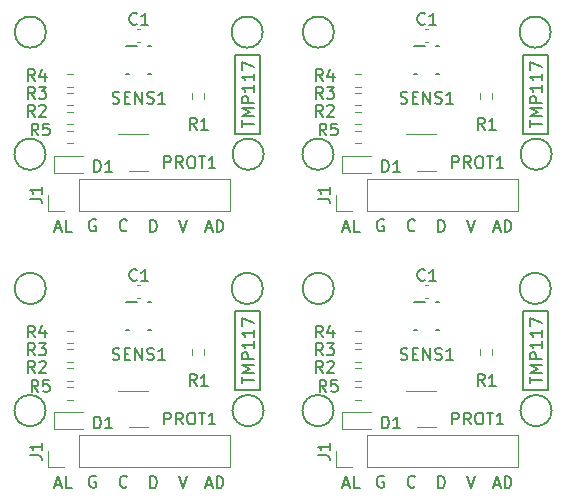
<source format=gbr>
%TF.GenerationSoftware,KiCad,Pcbnew,7.0.2-6a45011f42~172~ubuntu22.04.1*%
%TF.CreationDate,2023-07-04T10:01:32-03:00*%
%TF.ProjectId,TMP117_custom_board_panelize,544d5031-3137-45f6-9375-73746f6d5f62,rev?*%
%TF.SameCoordinates,Original*%
%TF.FileFunction,Legend,Top*%
%TF.FilePolarity,Positive*%
%FSLAX46Y46*%
G04 Gerber Fmt 4.6, Leading zero omitted, Abs format (unit mm)*
G04 Created by KiCad (PCBNEW 7.0.2-6a45011f42~172~ubuntu22.04.1) date 2023-07-04 10:01:32*
%MOMM*%
%LPD*%
G01*
G04 APERTURE LIST*
%ADD10C,0.153000*%
%ADD11C,0.150000*%
%ADD12C,0.120000*%
%ADD13C,0.200000*%
G04 APERTURE END LIST*
D10*
X161641295Y-68596819D02*
X161641295Y-67596819D01*
X161641295Y-67596819D02*
X161879390Y-67596819D01*
X161879390Y-67596819D02*
X162022247Y-67644438D01*
X162022247Y-67644438D02*
X162117485Y-67739676D01*
X162117485Y-67739676D02*
X162165104Y-67834914D01*
X162165104Y-67834914D02*
X162212723Y-68025390D01*
X162212723Y-68025390D02*
X162212723Y-68168247D01*
X162212723Y-68168247D02*
X162165104Y-68358723D01*
X162165104Y-68358723D02*
X162117485Y-68453961D01*
X162117485Y-68453961D02*
X162022247Y-68549200D01*
X162022247Y-68549200D02*
X161879390Y-68596819D01*
X161879390Y-68596819D02*
X161641295Y-68596819D01*
X135288723Y-68450780D02*
X135241104Y-68498400D01*
X135241104Y-68498400D02*
X135098247Y-68546019D01*
X135098247Y-68546019D02*
X135003009Y-68546019D01*
X135003009Y-68546019D02*
X134860152Y-68498400D01*
X134860152Y-68498400D02*
X134764914Y-68403161D01*
X134764914Y-68403161D02*
X134717295Y-68307923D01*
X134717295Y-68307923D02*
X134669676Y-68117447D01*
X134669676Y-68117447D02*
X134669676Y-67974590D01*
X134669676Y-67974590D02*
X134717295Y-67784114D01*
X134717295Y-67784114D02*
X134764914Y-67688876D01*
X134764914Y-67688876D02*
X134860152Y-67593638D01*
X134860152Y-67593638D02*
X135003009Y-67546019D01*
X135003009Y-67546019D02*
X135098247Y-67546019D01*
X135098247Y-67546019D02*
X135241104Y-67593638D01*
X135241104Y-67593638D02*
X135288723Y-67641257D01*
X169399419Y-38016961D02*
X169399419Y-37445533D01*
X170399419Y-37731247D02*
X169399419Y-37731247D01*
X170399419Y-37112199D02*
X169399419Y-37112199D01*
X169399419Y-37112199D02*
X170113704Y-36778866D01*
X170113704Y-36778866D02*
X169399419Y-36445533D01*
X169399419Y-36445533D02*
X170399419Y-36445533D01*
X170399419Y-35969342D02*
X169399419Y-35969342D01*
X169399419Y-35969342D02*
X169399419Y-35588390D01*
X169399419Y-35588390D02*
X169447038Y-35493152D01*
X169447038Y-35493152D02*
X169494657Y-35445533D01*
X169494657Y-35445533D02*
X169589895Y-35397914D01*
X169589895Y-35397914D02*
X169732752Y-35397914D01*
X169732752Y-35397914D02*
X169827990Y-35445533D01*
X169827990Y-35445533D02*
X169875609Y-35493152D01*
X169875609Y-35493152D02*
X169923228Y-35588390D01*
X169923228Y-35588390D02*
X169923228Y-35969342D01*
X170399419Y-34445533D02*
X170399419Y-35016961D01*
X170399419Y-34731247D02*
X169399419Y-34731247D01*
X169399419Y-34731247D02*
X169542276Y-34826485D01*
X169542276Y-34826485D02*
X169637514Y-34921723D01*
X169637514Y-34921723D02*
X169685133Y-35016961D01*
X170399419Y-33493152D02*
X170399419Y-34064580D01*
X170399419Y-33778866D02*
X169399419Y-33778866D01*
X169399419Y-33778866D02*
X169542276Y-33874104D01*
X169542276Y-33874104D02*
X169637514Y-33969342D01*
X169637514Y-33969342D02*
X169685133Y-34064580D01*
X169399419Y-33159818D02*
X169399419Y-32493152D01*
X169399419Y-32493152D02*
X170399419Y-32921723D01*
X137257295Y-46892819D02*
X137257295Y-45892819D01*
X137257295Y-45892819D02*
X137495390Y-45892819D01*
X137495390Y-45892819D02*
X137638247Y-45940438D01*
X137638247Y-45940438D02*
X137733485Y-46035676D01*
X137733485Y-46035676D02*
X137781104Y-46130914D01*
X137781104Y-46130914D02*
X137828723Y-46321390D01*
X137828723Y-46321390D02*
X137828723Y-46464247D01*
X137828723Y-46464247D02*
X137781104Y-46654723D01*
X137781104Y-46654723D02*
X137733485Y-46749961D01*
X137733485Y-46749961D02*
X137638247Y-46845200D01*
X137638247Y-46845200D02*
X137495390Y-46892819D01*
X137495390Y-46892819D02*
X137257295Y-46892819D01*
X141984876Y-68311104D02*
X142461066Y-68311104D01*
X141889638Y-68596819D02*
X142222971Y-67596819D01*
X142222971Y-67596819D02*
X142556304Y-68596819D01*
X142889638Y-68596819D02*
X142889638Y-67596819D01*
X142889638Y-67596819D02*
X143127733Y-67596819D01*
X143127733Y-67596819D02*
X143270590Y-67644438D01*
X143270590Y-67644438D02*
X143365828Y-67739676D01*
X143365828Y-67739676D02*
X143413447Y-67834914D01*
X143413447Y-67834914D02*
X143461066Y-68025390D01*
X143461066Y-68025390D02*
X143461066Y-68168247D01*
X143461066Y-68168247D02*
X143413447Y-68358723D01*
X143413447Y-68358723D02*
X143365828Y-68453961D01*
X143365828Y-68453961D02*
X143270590Y-68549200D01*
X143270590Y-68549200D02*
X143127733Y-68596819D01*
X143127733Y-68596819D02*
X142889638Y-68596819D01*
X159672723Y-46746780D02*
X159625104Y-46794400D01*
X159625104Y-46794400D02*
X159482247Y-46842019D01*
X159482247Y-46842019D02*
X159387009Y-46842019D01*
X159387009Y-46842019D02*
X159244152Y-46794400D01*
X159244152Y-46794400D02*
X159148914Y-46699161D01*
X159148914Y-46699161D02*
X159101295Y-46603923D01*
X159101295Y-46603923D02*
X159053676Y-46413447D01*
X159053676Y-46413447D02*
X159053676Y-46270590D01*
X159053676Y-46270590D02*
X159101295Y-46080114D01*
X159101295Y-46080114D02*
X159148914Y-45984876D01*
X159148914Y-45984876D02*
X159244152Y-45889638D01*
X159244152Y-45889638D02*
X159387009Y-45842019D01*
X159387009Y-45842019D02*
X159482247Y-45842019D01*
X159482247Y-45842019D02*
X159625104Y-45889638D01*
X159625104Y-45889638D02*
X159672723Y-45937257D01*
X145015419Y-38016961D02*
X145015419Y-37445533D01*
X146015419Y-37731247D02*
X145015419Y-37731247D01*
X146015419Y-37112199D02*
X145015419Y-37112199D01*
X145015419Y-37112199D02*
X145729704Y-36778866D01*
X145729704Y-36778866D02*
X145015419Y-36445533D01*
X145015419Y-36445533D02*
X146015419Y-36445533D01*
X146015419Y-35969342D02*
X145015419Y-35969342D01*
X145015419Y-35969342D02*
X145015419Y-35588390D01*
X145015419Y-35588390D02*
X145063038Y-35493152D01*
X145063038Y-35493152D02*
X145110657Y-35445533D01*
X145110657Y-35445533D02*
X145205895Y-35397914D01*
X145205895Y-35397914D02*
X145348752Y-35397914D01*
X145348752Y-35397914D02*
X145443990Y-35445533D01*
X145443990Y-35445533D02*
X145491609Y-35493152D01*
X145491609Y-35493152D02*
X145539228Y-35588390D01*
X145539228Y-35588390D02*
X145539228Y-35969342D01*
X146015419Y-34445533D02*
X146015419Y-35016961D01*
X146015419Y-34731247D02*
X145015419Y-34731247D01*
X145015419Y-34731247D02*
X145158276Y-34826485D01*
X145158276Y-34826485D02*
X145253514Y-34921723D01*
X145253514Y-34921723D02*
X145301133Y-35016961D01*
X146015419Y-33493152D02*
X146015419Y-34064580D01*
X146015419Y-33778866D02*
X145015419Y-33778866D01*
X145015419Y-33778866D02*
X145158276Y-33874104D01*
X145158276Y-33874104D02*
X145253514Y-33969342D01*
X145253514Y-33969342D02*
X145301133Y-34064580D01*
X145015419Y-33159818D02*
X145015419Y-32493152D01*
X145015419Y-32493152D02*
X146015419Y-32921723D01*
X132650304Y-67593638D02*
X132555066Y-67546019D01*
X132555066Y-67546019D02*
X132412209Y-67546019D01*
X132412209Y-67546019D02*
X132269352Y-67593638D01*
X132269352Y-67593638D02*
X132174114Y-67688876D01*
X132174114Y-67688876D02*
X132126495Y-67784114D01*
X132126495Y-67784114D02*
X132078876Y-67974590D01*
X132078876Y-67974590D02*
X132078876Y-68117447D01*
X132078876Y-68117447D02*
X132126495Y-68307923D01*
X132126495Y-68307923D02*
X132174114Y-68403161D01*
X132174114Y-68403161D02*
X132269352Y-68498400D01*
X132269352Y-68498400D02*
X132412209Y-68546019D01*
X132412209Y-68546019D02*
X132507447Y-68546019D01*
X132507447Y-68546019D02*
X132650304Y-68498400D01*
X132650304Y-68498400D02*
X132697923Y-68450780D01*
X132697923Y-68450780D02*
X132697923Y-68117447D01*
X132697923Y-68117447D02*
X132507447Y-68117447D01*
X137257295Y-68596819D02*
X137257295Y-67596819D01*
X137257295Y-67596819D02*
X137495390Y-67596819D01*
X137495390Y-67596819D02*
X137638247Y-67644438D01*
X137638247Y-67644438D02*
X137733485Y-67739676D01*
X137733485Y-67739676D02*
X137781104Y-67834914D01*
X137781104Y-67834914D02*
X137828723Y-68025390D01*
X137828723Y-68025390D02*
X137828723Y-68168247D01*
X137828723Y-68168247D02*
X137781104Y-68358723D01*
X137781104Y-68358723D02*
X137733485Y-68453961D01*
X137733485Y-68453961D02*
X137638247Y-68549200D01*
X137638247Y-68549200D02*
X137495390Y-68596819D01*
X137495390Y-68596819D02*
X137257295Y-68596819D01*
X145015419Y-59720961D02*
X145015419Y-59149533D01*
X146015419Y-59435247D02*
X145015419Y-59435247D01*
X146015419Y-58816199D02*
X145015419Y-58816199D01*
X145015419Y-58816199D02*
X145729704Y-58482866D01*
X145729704Y-58482866D02*
X145015419Y-58149533D01*
X145015419Y-58149533D02*
X146015419Y-58149533D01*
X146015419Y-57673342D02*
X145015419Y-57673342D01*
X145015419Y-57673342D02*
X145015419Y-57292390D01*
X145015419Y-57292390D02*
X145063038Y-57197152D01*
X145063038Y-57197152D02*
X145110657Y-57149533D01*
X145110657Y-57149533D02*
X145205895Y-57101914D01*
X145205895Y-57101914D02*
X145348752Y-57101914D01*
X145348752Y-57101914D02*
X145443990Y-57149533D01*
X145443990Y-57149533D02*
X145491609Y-57197152D01*
X145491609Y-57197152D02*
X145539228Y-57292390D01*
X145539228Y-57292390D02*
X145539228Y-57673342D01*
X146015419Y-56149533D02*
X146015419Y-56720961D01*
X146015419Y-56435247D02*
X145015419Y-56435247D01*
X145015419Y-56435247D02*
X145158276Y-56530485D01*
X145158276Y-56530485D02*
X145253514Y-56625723D01*
X145253514Y-56625723D02*
X145301133Y-56720961D01*
X146015419Y-55197152D02*
X146015419Y-55768580D01*
X146015419Y-55482866D02*
X145015419Y-55482866D01*
X145015419Y-55482866D02*
X145158276Y-55578104D01*
X145158276Y-55578104D02*
X145253514Y-55673342D01*
X145253514Y-55673342D02*
X145301133Y-55768580D01*
X145015419Y-54863818D02*
X145015419Y-54197152D01*
X145015419Y-54197152D02*
X146015419Y-54625723D01*
X157034304Y-45889638D02*
X156939066Y-45842019D01*
X156939066Y-45842019D02*
X156796209Y-45842019D01*
X156796209Y-45842019D02*
X156653352Y-45889638D01*
X156653352Y-45889638D02*
X156558114Y-45984876D01*
X156558114Y-45984876D02*
X156510495Y-46080114D01*
X156510495Y-46080114D02*
X156462876Y-46270590D01*
X156462876Y-46270590D02*
X156462876Y-46413447D01*
X156462876Y-46413447D02*
X156510495Y-46603923D01*
X156510495Y-46603923D02*
X156558114Y-46699161D01*
X156558114Y-46699161D02*
X156653352Y-46794400D01*
X156653352Y-46794400D02*
X156796209Y-46842019D01*
X156796209Y-46842019D02*
X156891447Y-46842019D01*
X156891447Y-46842019D02*
X157034304Y-46794400D01*
X157034304Y-46794400D02*
X157081923Y-46746780D01*
X157081923Y-46746780D02*
X157081923Y-46413447D01*
X157081923Y-46413447D02*
X156891447Y-46413447D01*
X164089238Y-45892819D02*
X164422571Y-46892819D01*
X164422571Y-46892819D02*
X164755904Y-45892819D01*
X139705238Y-45892819D02*
X140038571Y-46892819D01*
X140038571Y-46892819D02*
X140371904Y-45892819D01*
X169399419Y-59720961D02*
X169399419Y-59149533D01*
X170399419Y-59435247D02*
X169399419Y-59435247D01*
X170399419Y-58816199D02*
X169399419Y-58816199D01*
X169399419Y-58816199D02*
X170113704Y-58482866D01*
X170113704Y-58482866D02*
X169399419Y-58149533D01*
X169399419Y-58149533D02*
X170399419Y-58149533D01*
X170399419Y-57673342D02*
X169399419Y-57673342D01*
X169399419Y-57673342D02*
X169399419Y-57292390D01*
X169399419Y-57292390D02*
X169447038Y-57197152D01*
X169447038Y-57197152D02*
X169494657Y-57149533D01*
X169494657Y-57149533D02*
X169589895Y-57101914D01*
X169589895Y-57101914D02*
X169732752Y-57101914D01*
X169732752Y-57101914D02*
X169827990Y-57149533D01*
X169827990Y-57149533D02*
X169875609Y-57197152D01*
X169875609Y-57197152D02*
X169923228Y-57292390D01*
X169923228Y-57292390D02*
X169923228Y-57673342D01*
X170399419Y-56149533D02*
X170399419Y-56720961D01*
X170399419Y-56435247D02*
X169399419Y-56435247D01*
X169399419Y-56435247D02*
X169542276Y-56530485D01*
X169542276Y-56530485D02*
X169637514Y-56625723D01*
X169637514Y-56625723D02*
X169685133Y-56720961D01*
X170399419Y-55197152D02*
X170399419Y-55768580D01*
X170399419Y-55482866D02*
X169399419Y-55482866D01*
X169399419Y-55482866D02*
X169542276Y-55578104D01*
X169542276Y-55578104D02*
X169637514Y-55673342D01*
X169637514Y-55673342D02*
X169685133Y-55768580D01*
X169399419Y-54863818D02*
X169399419Y-54197152D01*
X169399419Y-54197152D02*
X170399419Y-54625723D01*
X161641295Y-46892819D02*
X161641295Y-45892819D01*
X161641295Y-45892819D02*
X161879390Y-45892819D01*
X161879390Y-45892819D02*
X162022247Y-45940438D01*
X162022247Y-45940438D02*
X162117485Y-46035676D01*
X162117485Y-46035676D02*
X162165104Y-46130914D01*
X162165104Y-46130914D02*
X162212723Y-46321390D01*
X162212723Y-46321390D02*
X162212723Y-46464247D01*
X162212723Y-46464247D02*
X162165104Y-46654723D01*
X162165104Y-46654723D02*
X162117485Y-46749961D01*
X162117485Y-46749961D02*
X162022247Y-46845200D01*
X162022247Y-46845200D02*
X161879390Y-46892819D01*
X161879390Y-46892819D02*
X161641295Y-46892819D01*
X129234076Y-68311104D02*
X129710266Y-68311104D01*
X129138838Y-68596819D02*
X129472171Y-67596819D01*
X129472171Y-67596819D02*
X129805504Y-68596819D01*
X130615028Y-68596819D02*
X130138838Y-68596819D01*
X130138838Y-68596819D02*
X130138838Y-67596819D01*
X159672723Y-68450780D02*
X159625104Y-68498400D01*
X159625104Y-68498400D02*
X159482247Y-68546019D01*
X159482247Y-68546019D02*
X159387009Y-68546019D01*
X159387009Y-68546019D02*
X159244152Y-68498400D01*
X159244152Y-68498400D02*
X159148914Y-68403161D01*
X159148914Y-68403161D02*
X159101295Y-68307923D01*
X159101295Y-68307923D02*
X159053676Y-68117447D01*
X159053676Y-68117447D02*
X159053676Y-67974590D01*
X159053676Y-67974590D02*
X159101295Y-67784114D01*
X159101295Y-67784114D02*
X159148914Y-67688876D01*
X159148914Y-67688876D02*
X159244152Y-67593638D01*
X159244152Y-67593638D02*
X159387009Y-67546019D01*
X159387009Y-67546019D02*
X159482247Y-67546019D01*
X159482247Y-67546019D02*
X159625104Y-67593638D01*
X159625104Y-67593638D02*
X159672723Y-67641257D01*
X141984876Y-46607104D02*
X142461066Y-46607104D01*
X141889638Y-46892819D02*
X142222971Y-45892819D01*
X142222971Y-45892819D02*
X142556304Y-46892819D01*
X142889638Y-46892819D02*
X142889638Y-45892819D01*
X142889638Y-45892819D02*
X143127733Y-45892819D01*
X143127733Y-45892819D02*
X143270590Y-45940438D01*
X143270590Y-45940438D02*
X143365828Y-46035676D01*
X143365828Y-46035676D02*
X143413447Y-46130914D01*
X143413447Y-46130914D02*
X143461066Y-46321390D01*
X143461066Y-46321390D02*
X143461066Y-46464247D01*
X143461066Y-46464247D02*
X143413447Y-46654723D01*
X143413447Y-46654723D02*
X143365828Y-46749961D01*
X143365828Y-46749961D02*
X143270590Y-46845200D01*
X143270590Y-46845200D02*
X143127733Y-46892819D01*
X143127733Y-46892819D02*
X142889638Y-46892819D01*
X129234076Y-46607104D02*
X129710266Y-46607104D01*
X129138838Y-46892819D02*
X129472171Y-45892819D01*
X129472171Y-45892819D02*
X129805504Y-46892819D01*
X130615028Y-46892819D02*
X130138838Y-46892819D01*
X130138838Y-46892819D02*
X130138838Y-45892819D01*
X139705238Y-67596819D02*
X140038571Y-68596819D01*
X140038571Y-68596819D02*
X140371904Y-67596819D01*
X164089238Y-67596819D02*
X164422571Y-68596819D01*
X164422571Y-68596819D02*
X164755904Y-67596819D01*
X166368876Y-68311104D02*
X166845066Y-68311104D01*
X166273638Y-68596819D02*
X166606971Y-67596819D01*
X166606971Y-67596819D02*
X166940304Y-68596819D01*
X167273638Y-68596819D02*
X167273638Y-67596819D01*
X167273638Y-67596819D02*
X167511733Y-67596819D01*
X167511733Y-67596819D02*
X167654590Y-67644438D01*
X167654590Y-67644438D02*
X167749828Y-67739676D01*
X167749828Y-67739676D02*
X167797447Y-67834914D01*
X167797447Y-67834914D02*
X167845066Y-68025390D01*
X167845066Y-68025390D02*
X167845066Y-68168247D01*
X167845066Y-68168247D02*
X167797447Y-68358723D01*
X167797447Y-68358723D02*
X167749828Y-68453961D01*
X167749828Y-68453961D02*
X167654590Y-68549200D01*
X167654590Y-68549200D02*
X167511733Y-68596819D01*
X167511733Y-68596819D02*
X167273638Y-68596819D01*
X132650304Y-45889638D02*
X132555066Y-45842019D01*
X132555066Y-45842019D02*
X132412209Y-45842019D01*
X132412209Y-45842019D02*
X132269352Y-45889638D01*
X132269352Y-45889638D02*
X132174114Y-45984876D01*
X132174114Y-45984876D02*
X132126495Y-46080114D01*
X132126495Y-46080114D02*
X132078876Y-46270590D01*
X132078876Y-46270590D02*
X132078876Y-46413447D01*
X132078876Y-46413447D02*
X132126495Y-46603923D01*
X132126495Y-46603923D02*
X132174114Y-46699161D01*
X132174114Y-46699161D02*
X132269352Y-46794400D01*
X132269352Y-46794400D02*
X132412209Y-46842019D01*
X132412209Y-46842019D02*
X132507447Y-46842019D01*
X132507447Y-46842019D02*
X132650304Y-46794400D01*
X132650304Y-46794400D02*
X132697923Y-46746780D01*
X132697923Y-46746780D02*
X132697923Y-46413447D01*
X132697923Y-46413447D02*
X132507447Y-46413447D01*
X166368876Y-46607104D02*
X166845066Y-46607104D01*
X166273638Y-46892819D02*
X166606971Y-45892819D01*
X166606971Y-45892819D02*
X166940304Y-46892819D01*
X167273638Y-46892819D02*
X167273638Y-45892819D01*
X167273638Y-45892819D02*
X167511733Y-45892819D01*
X167511733Y-45892819D02*
X167654590Y-45940438D01*
X167654590Y-45940438D02*
X167749828Y-46035676D01*
X167749828Y-46035676D02*
X167797447Y-46130914D01*
X167797447Y-46130914D02*
X167845066Y-46321390D01*
X167845066Y-46321390D02*
X167845066Y-46464247D01*
X167845066Y-46464247D02*
X167797447Y-46654723D01*
X167797447Y-46654723D02*
X167749828Y-46749961D01*
X167749828Y-46749961D02*
X167654590Y-46845200D01*
X167654590Y-46845200D02*
X167511733Y-46892819D01*
X167511733Y-46892819D02*
X167273638Y-46892819D01*
X153618076Y-46607104D02*
X154094266Y-46607104D01*
X153522838Y-46892819D02*
X153856171Y-45892819D01*
X153856171Y-45892819D02*
X154189504Y-46892819D01*
X154999028Y-46892819D02*
X154522838Y-46892819D01*
X154522838Y-46892819D02*
X154522838Y-45892819D01*
X153618076Y-68311104D02*
X154094266Y-68311104D01*
X153522838Y-68596819D02*
X153856171Y-67596819D01*
X153856171Y-67596819D02*
X154189504Y-68596819D01*
X154999028Y-68596819D02*
X154522838Y-68596819D01*
X154522838Y-68596819D02*
X154522838Y-67596819D01*
X157034304Y-67593638D02*
X156939066Y-67546019D01*
X156939066Y-67546019D02*
X156796209Y-67546019D01*
X156796209Y-67546019D02*
X156653352Y-67593638D01*
X156653352Y-67593638D02*
X156558114Y-67688876D01*
X156558114Y-67688876D02*
X156510495Y-67784114D01*
X156510495Y-67784114D02*
X156462876Y-67974590D01*
X156462876Y-67974590D02*
X156462876Y-68117447D01*
X156462876Y-68117447D02*
X156510495Y-68307923D01*
X156510495Y-68307923D02*
X156558114Y-68403161D01*
X156558114Y-68403161D02*
X156653352Y-68498400D01*
X156653352Y-68498400D02*
X156796209Y-68546019D01*
X156796209Y-68546019D02*
X156891447Y-68546019D01*
X156891447Y-68546019D02*
X157034304Y-68498400D01*
X157034304Y-68498400D02*
X157081923Y-68450780D01*
X157081923Y-68450780D02*
X157081923Y-68117447D01*
X157081923Y-68117447D02*
X156891447Y-68117447D01*
X135288723Y-46746780D02*
X135241104Y-46794400D01*
X135241104Y-46794400D02*
X135098247Y-46842019D01*
X135098247Y-46842019D02*
X135003009Y-46842019D01*
X135003009Y-46842019D02*
X134860152Y-46794400D01*
X134860152Y-46794400D02*
X134764914Y-46699161D01*
X134764914Y-46699161D02*
X134717295Y-46603923D01*
X134717295Y-46603923D02*
X134669676Y-46413447D01*
X134669676Y-46413447D02*
X134669676Y-46270590D01*
X134669676Y-46270590D02*
X134717295Y-46080114D01*
X134717295Y-46080114D02*
X134764914Y-45984876D01*
X134764914Y-45984876D02*
X134860152Y-45889638D01*
X134860152Y-45889638D02*
X135003009Y-45842019D01*
X135003009Y-45842019D02*
X135098247Y-45842019D01*
X135098247Y-45842019D02*
X135241104Y-45889638D01*
X135241104Y-45889638D02*
X135288723Y-45937257D01*
D11*
X152818000Y-51688200D02*
G75*
G03*
X152818000Y-51688200I-1320800J0D01*
G01*
X171258400Y-40322000D02*
G75*
G03*
X171258400Y-40322000I-1320800J0D01*
G01*
X171258400Y-62026000D02*
G75*
G03*
X171258400Y-62026000I-1320800J0D01*
G01*
X152792600Y-62026000D02*
G75*
G03*
X152792600Y-62026000I-1320800J0D01*
G01*
X152818000Y-29984200D02*
G75*
G03*
X152818000Y-29984200I-1320800J0D01*
G01*
X152792600Y-40322000D02*
G75*
G03*
X152792600Y-40322000I-1320800J0D01*
G01*
X128408600Y-40322000D02*
G75*
G03*
X128408600Y-40322000I-1320800J0D01*
G01*
X128434000Y-51688200D02*
G75*
G03*
X128434000Y-51688200I-1320800J0D01*
G01*
X128434000Y-29984200D02*
G75*
G03*
X128434000Y-29984200I-1320800J0D01*
G01*
X171182200Y-51688200D02*
G75*
G03*
X171182200Y-51688200I-1320800J0D01*
G01*
X146874400Y-62026000D02*
G75*
G03*
X146874400Y-62026000I-1320800J0D01*
G01*
X128408600Y-62026000D02*
G75*
G03*
X128408600Y-62026000I-1320800J0D01*
G01*
X146798200Y-51688200D02*
G75*
G03*
X146798200Y-51688200I-1320800J0D01*
G01*
D10*
X144486800Y-31889200D02*
X146595000Y-31889200D01*
X146595000Y-38569400D01*
X144486800Y-38569400D01*
X144486800Y-31889200D01*
D11*
X171182200Y-29984200D02*
G75*
G03*
X171182200Y-29984200I-1320800J0D01*
G01*
X146874400Y-40322000D02*
G75*
G03*
X146874400Y-40322000I-1320800J0D01*
G01*
D10*
X168870800Y-31889200D02*
X170979000Y-31889200D01*
X170979000Y-38569400D01*
X168870800Y-38569400D01*
X168870800Y-31889200D01*
X144486800Y-53593200D02*
X146595000Y-53593200D01*
X146595000Y-60273400D01*
X144486800Y-60273400D01*
X144486800Y-53593200D01*
D11*
X146798200Y-29984200D02*
G75*
G03*
X146798200Y-29984200I-1320800J0D01*
G01*
D10*
X168870800Y-53593200D02*
X170979000Y-53593200D01*
X170979000Y-60273400D01*
X168870800Y-60273400D01*
X168870800Y-53593200D01*
%TO.C,J1*%
X127090619Y-44097333D02*
X127804904Y-44097333D01*
X127804904Y-44097333D02*
X127947761Y-44144952D01*
X127947761Y-44144952D02*
X128043000Y-44240190D01*
X128043000Y-44240190D02*
X128090619Y-44383047D01*
X128090619Y-44383047D02*
X128090619Y-44478285D01*
X128090619Y-43097333D02*
X128090619Y-43668761D01*
X128090619Y-43383047D02*
X127090619Y-43383047D01*
X127090619Y-43383047D02*
X127233476Y-43478285D01*
X127233476Y-43478285D02*
X127328714Y-43573523D01*
X127328714Y-43573523D02*
X127376333Y-43668761D01*
%TO.C,SENS1*%
X134093714Y-35987200D02*
X134236571Y-36034819D01*
X134236571Y-36034819D02*
X134474666Y-36034819D01*
X134474666Y-36034819D02*
X134569904Y-35987200D01*
X134569904Y-35987200D02*
X134617523Y-35939580D01*
X134617523Y-35939580D02*
X134665142Y-35844342D01*
X134665142Y-35844342D02*
X134665142Y-35749104D01*
X134665142Y-35749104D02*
X134617523Y-35653866D01*
X134617523Y-35653866D02*
X134569904Y-35606247D01*
X134569904Y-35606247D02*
X134474666Y-35558628D01*
X134474666Y-35558628D02*
X134284190Y-35511009D01*
X134284190Y-35511009D02*
X134188952Y-35463390D01*
X134188952Y-35463390D02*
X134141333Y-35415771D01*
X134141333Y-35415771D02*
X134093714Y-35320533D01*
X134093714Y-35320533D02*
X134093714Y-35225295D01*
X134093714Y-35225295D02*
X134141333Y-35130057D01*
X134141333Y-35130057D02*
X134188952Y-35082438D01*
X134188952Y-35082438D02*
X134284190Y-35034819D01*
X134284190Y-35034819D02*
X134522285Y-35034819D01*
X134522285Y-35034819D02*
X134665142Y-35082438D01*
X135093714Y-35511009D02*
X135427047Y-35511009D01*
X135569904Y-36034819D02*
X135093714Y-36034819D01*
X135093714Y-36034819D02*
X135093714Y-35034819D01*
X135093714Y-35034819D02*
X135569904Y-35034819D01*
X135998476Y-36034819D02*
X135998476Y-35034819D01*
X135998476Y-35034819D02*
X136569904Y-36034819D01*
X136569904Y-36034819D02*
X136569904Y-35034819D01*
X136998476Y-35987200D02*
X137141333Y-36034819D01*
X137141333Y-36034819D02*
X137379428Y-36034819D01*
X137379428Y-36034819D02*
X137474666Y-35987200D01*
X137474666Y-35987200D02*
X137522285Y-35939580D01*
X137522285Y-35939580D02*
X137569904Y-35844342D01*
X137569904Y-35844342D02*
X137569904Y-35749104D01*
X137569904Y-35749104D02*
X137522285Y-35653866D01*
X137522285Y-35653866D02*
X137474666Y-35606247D01*
X137474666Y-35606247D02*
X137379428Y-35558628D01*
X137379428Y-35558628D02*
X137188952Y-35511009D01*
X137188952Y-35511009D02*
X137093714Y-35463390D01*
X137093714Y-35463390D02*
X137046095Y-35415771D01*
X137046095Y-35415771D02*
X136998476Y-35320533D01*
X136998476Y-35320533D02*
X136998476Y-35225295D01*
X136998476Y-35225295D02*
X137046095Y-35130057D01*
X137046095Y-35130057D02*
X137093714Y-35082438D01*
X137093714Y-35082438D02*
X137188952Y-35034819D01*
X137188952Y-35034819D02*
X137427047Y-35034819D01*
X137427047Y-35034819D02*
X137569904Y-35082438D01*
X138522285Y-36034819D02*
X137950857Y-36034819D01*
X138236571Y-36034819D02*
X138236571Y-35034819D01*
X138236571Y-35034819D02*
X138141333Y-35177676D01*
X138141333Y-35177676D02*
X138046095Y-35272914D01*
X138046095Y-35272914D02*
X137950857Y-35320533D01*
%TO.C,C1*%
X160516633Y-29259380D02*
X160469014Y-29307000D01*
X160469014Y-29307000D02*
X160326157Y-29354619D01*
X160326157Y-29354619D02*
X160230919Y-29354619D01*
X160230919Y-29354619D02*
X160088062Y-29307000D01*
X160088062Y-29307000D02*
X159992824Y-29211761D01*
X159992824Y-29211761D02*
X159945205Y-29116523D01*
X159945205Y-29116523D02*
X159897586Y-28926047D01*
X159897586Y-28926047D02*
X159897586Y-28783190D01*
X159897586Y-28783190D02*
X159945205Y-28592714D01*
X159945205Y-28592714D02*
X159992824Y-28497476D01*
X159992824Y-28497476D02*
X160088062Y-28402238D01*
X160088062Y-28402238D02*
X160230919Y-28354619D01*
X160230919Y-28354619D02*
X160326157Y-28354619D01*
X160326157Y-28354619D02*
X160469014Y-28402238D01*
X160469014Y-28402238D02*
X160516633Y-28449857D01*
X161469014Y-29354619D02*
X160897586Y-29354619D01*
X161183300Y-29354619D02*
X161183300Y-28354619D01*
X161183300Y-28354619D02*
X161088062Y-28497476D01*
X161088062Y-28497476D02*
X160992824Y-28592714D01*
X160992824Y-28592714D02*
X160897586Y-28640333D01*
%TO.C,D1*%
X156909905Y-41830619D02*
X156909905Y-40830619D01*
X156909905Y-40830619D02*
X157148000Y-40830619D01*
X157148000Y-40830619D02*
X157290857Y-40878238D01*
X157290857Y-40878238D02*
X157386095Y-40973476D01*
X157386095Y-40973476D02*
X157433714Y-41068714D01*
X157433714Y-41068714D02*
X157481333Y-41259190D01*
X157481333Y-41259190D02*
X157481333Y-41402047D01*
X157481333Y-41402047D02*
X157433714Y-41592523D01*
X157433714Y-41592523D02*
X157386095Y-41687761D01*
X157386095Y-41687761D02*
X157290857Y-41783000D01*
X157290857Y-41783000D02*
X157148000Y-41830619D01*
X157148000Y-41830619D02*
X156909905Y-41830619D01*
X158433714Y-41830619D02*
X157862286Y-41830619D01*
X158148000Y-41830619D02*
X158148000Y-40830619D01*
X158148000Y-40830619D02*
X158052762Y-40973476D01*
X158052762Y-40973476D02*
X157957524Y-41068714D01*
X157957524Y-41068714D02*
X157862286Y-41116333D01*
%TO.C,PROT1*%
X162841743Y-41495819D02*
X162841743Y-40495819D01*
X162841743Y-40495819D02*
X163222695Y-40495819D01*
X163222695Y-40495819D02*
X163317933Y-40543438D01*
X163317933Y-40543438D02*
X163365552Y-40591057D01*
X163365552Y-40591057D02*
X163413171Y-40686295D01*
X163413171Y-40686295D02*
X163413171Y-40829152D01*
X163413171Y-40829152D02*
X163365552Y-40924390D01*
X163365552Y-40924390D02*
X163317933Y-40972009D01*
X163317933Y-40972009D02*
X163222695Y-41019628D01*
X163222695Y-41019628D02*
X162841743Y-41019628D01*
X164413171Y-41495819D02*
X164079838Y-41019628D01*
X163841743Y-41495819D02*
X163841743Y-40495819D01*
X163841743Y-40495819D02*
X164222695Y-40495819D01*
X164222695Y-40495819D02*
X164317933Y-40543438D01*
X164317933Y-40543438D02*
X164365552Y-40591057D01*
X164365552Y-40591057D02*
X164413171Y-40686295D01*
X164413171Y-40686295D02*
X164413171Y-40829152D01*
X164413171Y-40829152D02*
X164365552Y-40924390D01*
X164365552Y-40924390D02*
X164317933Y-40972009D01*
X164317933Y-40972009D02*
X164222695Y-41019628D01*
X164222695Y-41019628D02*
X163841743Y-41019628D01*
X165032219Y-40495819D02*
X165222695Y-40495819D01*
X165222695Y-40495819D02*
X165317933Y-40543438D01*
X165317933Y-40543438D02*
X165413171Y-40638676D01*
X165413171Y-40638676D02*
X165460790Y-40829152D01*
X165460790Y-40829152D02*
X165460790Y-41162485D01*
X165460790Y-41162485D02*
X165413171Y-41352961D01*
X165413171Y-41352961D02*
X165317933Y-41448200D01*
X165317933Y-41448200D02*
X165222695Y-41495819D01*
X165222695Y-41495819D02*
X165032219Y-41495819D01*
X165032219Y-41495819D02*
X164936981Y-41448200D01*
X164936981Y-41448200D02*
X164841743Y-41352961D01*
X164841743Y-41352961D02*
X164794124Y-41162485D01*
X164794124Y-41162485D02*
X164794124Y-40829152D01*
X164794124Y-40829152D02*
X164841743Y-40638676D01*
X164841743Y-40638676D02*
X164936981Y-40543438D01*
X164936981Y-40543438D02*
X165032219Y-40495819D01*
X165746505Y-40495819D02*
X166317933Y-40495819D01*
X166032219Y-41495819D02*
X166032219Y-40495819D01*
X167175076Y-41495819D02*
X166603648Y-41495819D01*
X166889362Y-41495819D02*
X166889362Y-40495819D01*
X166889362Y-40495819D02*
X166794124Y-40638676D01*
X166794124Y-40638676D02*
X166698886Y-40733914D01*
X166698886Y-40733914D02*
X166603648Y-40781533D01*
%TO.C,R3*%
X151881333Y-57334619D02*
X151548000Y-56858428D01*
X151309905Y-57334619D02*
X151309905Y-56334619D01*
X151309905Y-56334619D02*
X151690857Y-56334619D01*
X151690857Y-56334619D02*
X151786095Y-56382238D01*
X151786095Y-56382238D02*
X151833714Y-56429857D01*
X151833714Y-56429857D02*
X151881333Y-56525095D01*
X151881333Y-56525095D02*
X151881333Y-56667952D01*
X151881333Y-56667952D02*
X151833714Y-56763190D01*
X151833714Y-56763190D02*
X151786095Y-56810809D01*
X151786095Y-56810809D02*
X151690857Y-56858428D01*
X151690857Y-56858428D02*
X151309905Y-56858428D01*
X152214667Y-56334619D02*
X152833714Y-56334619D01*
X152833714Y-56334619D02*
X152500381Y-56715571D01*
X152500381Y-56715571D02*
X152643238Y-56715571D01*
X152643238Y-56715571D02*
X152738476Y-56763190D01*
X152738476Y-56763190D02*
X152786095Y-56810809D01*
X152786095Y-56810809D02*
X152833714Y-56906047D01*
X152833714Y-56906047D02*
X152833714Y-57144142D01*
X152833714Y-57144142D02*
X152786095Y-57239380D01*
X152786095Y-57239380D02*
X152738476Y-57287000D01*
X152738476Y-57287000D02*
X152643238Y-57334619D01*
X152643238Y-57334619D02*
X152357524Y-57334619D01*
X152357524Y-57334619D02*
X152262286Y-57287000D01*
X152262286Y-57287000D02*
X152214667Y-57239380D01*
%TO.C,C1*%
X160516633Y-50963380D02*
X160469014Y-51011000D01*
X160469014Y-51011000D02*
X160326157Y-51058619D01*
X160326157Y-51058619D02*
X160230919Y-51058619D01*
X160230919Y-51058619D02*
X160088062Y-51011000D01*
X160088062Y-51011000D02*
X159992824Y-50915761D01*
X159992824Y-50915761D02*
X159945205Y-50820523D01*
X159945205Y-50820523D02*
X159897586Y-50630047D01*
X159897586Y-50630047D02*
X159897586Y-50487190D01*
X159897586Y-50487190D02*
X159945205Y-50296714D01*
X159945205Y-50296714D02*
X159992824Y-50201476D01*
X159992824Y-50201476D02*
X160088062Y-50106238D01*
X160088062Y-50106238D02*
X160230919Y-50058619D01*
X160230919Y-50058619D02*
X160326157Y-50058619D01*
X160326157Y-50058619D02*
X160469014Y-50106238D01*
X160469014Y-50106238D02*
X160516633Y-50153857D01*
X161469014Y-51058619D02*
X160897586Y-51058619D01*
X161183300Y-51058619D02*
X161183300Y-50058619D01*
X161183300Y-50058619D02*
X161088062Y-50201476D01*
X161088062Y-50201476D02*
X160992824Y-50296714D01*
X160992824Y-50296714D02*
X160897586Y-50344333D01*
%TO.C,J1*%
X151474619Y-44097333D02*
X152188904Y-44097333D01*
X152188904Y-44097333D02*
X152331761Y-44144952D01*
X152331761Y-44144952D02*
X152427000Y-44240190D01*
X152427000Y-44240190D02*
X152474619Y-44383047D01*
X152474619Y-44383047D02*
X152474619Y-44478285D01*
X152474619Y-43097333D02*
X152474619Y-43668761D01*
X152474619Y-43383047D02*
X151474619Y-43383047D01*
X151474619Y-43383047D02*
X151617476Y-43478285D01*
X151617476Y-43478285D02*
X151712714Y-43573523D01*
X151712714Y-43573523D02*
X151760333Y-43668761D01*
%TO.C,SENS1*%
X158477714Y-57691200D02*
X158620571Y-57738819D01*
X158620571Y-57738819D02*
X158858666Y-57738819D01*
X158858666Y-57738819D02*
X158953904Y-57691200D01*
X158953904Y-57691200D02*
X159001523Y-57643580D01*
X159001523Y-57643580D02*
X159049142Y-57548342D01*
X159049142Y-57548342D02*
X159049142Y-57453104D01*
X159049142Y-57453104D02*
X159001523Y-57357866D01*
X159001523Y-57357866D02*
X158953904Y-57310247D01*
X158953904Y-57310247D02*
X158858666Y-57262628D01*
X158858666Y-57262628D02*
X158668190Y-57215009D01*
X158668190Y-57215009D02*
X158572952Y-57167390D01*
X158572952Y-57167390D02*
X158525333Y-57119771D01*
X158525333Y-57119771D02*
X158477714Y-57024533D01*
X158477714Y-57024533D02*
X158477714Y-56929295D01*
X158477714Y-56929295D02*
X158525333Y-56834057D01*
X158525333Y-56834057D02*
X158572952Y-56786438D01*
X158572952Y-56786438D02*
X158668190Y-56738819D01*
X158668190Y-56738819D02*
X158906285Y-56738819D01*
X158906285Y-56738819D02*
X159049142Y-56786438D01*
X159477714Y-57215009D02*
X159811047Y-57215009D01*
X159953904Y-57738819D02*
X159477714Y-57738819D01*
X159477714Y-57738819D02*
X159477714Y-56738819D01*
X159477714Y-56738819D02*
X159953904Y-56738819D01*
X160382476Y-57738819D02*
X160382476Y-56738819D01*
X160382476Y-56738819D02*
X160953904Y-57738819D01*
X160953904Y-57738819D02*
X160953904Y-56738819D01*
X161382476Y-57691200D02*
X161525333Y-57738819D01*
X161525333Y-57738819D02*
X161763428Y-57738819D01*
X161763428Y-57738819D02*
X161858666Y-57691200D01*
X161858666Y-57691200D02*
X161906285Y-57643580D01*
X161906285Y-57643580D02*
X161953904Y-57548342D01*
X161953904Y-57548342D02*
X161953904Y-57453104D01*
X161953904Y-57453104D02*
X161906285Y-57357866D01*
X161906285Y-57357866D02*
X161858666Y-57310247D01*
X161858666Y-57310247D02*
X161763428Y-57262628D01*
X161763428Y-57262628D02*
X161572952Y-57215009D01*
X161572952Y-57215009D02*
X161477714Y-57167390D01*
X161477714Y-57167390D02*
X161430095Y-57119771D01*
X161430095Y-57119771D02*
X161382476Y-57024533D01*
X161382476Y-57024533D02*
X161382476Y-56929295D01*
X161382476Y-56929295D02*
X161430095Y-56834057D01*
X161430095Y-56834057D02*
X161477714Y-56786438D01*
X161477714Y-56786438D02*
X161572952Y-56738819D01*
X161572952Y-56738819D02*
X161811047Y-56738819D01*
X161811047Y-56738819D02*
X161953904Y-56786438D01*
X162906285Y-57738819D02*
X162334857Y-57738819D01*
X162620571Y-57738819D02*
X162620571Y-56738819D01*
X162620571Y-56738819D02*
X162525333Y-56881676D01*
X162525333Y-56881676D02*
X162430095Y-56976914D01*
X162430095Y-56976914D02*
X162334857Y-57024533D01*
%TO.C,R4*%
X127497333Y-55834619D02*
X127164000Y-55358428D01*
X126925905Y-55834619D02*
X126925905Y-54834619D01*
X126925905Y-54834619D02*
X127306857Y-54834619D01*
X127306857Y-54834619D02*
X127402095Y-54882238D01*
X127402095Y-54882238D02*
X127449714Y-54929857D01*
X127449714Y-54929857D02*
X127497333Y-55025095D01*
X127497333Y-55025095D02*
X127497333Y-55167952D01*
X127497333Y-55167952D02*
X127449714Y-55263190D01*
X127449714Y-55263190D02*
X127402095Y-55310809D01*
X127402095Y-55310809D02*
X127306857Y-55358428D01*
X127306857Y-55358428D02*
X126925905Y-55358428D01*
X128354476Y-55167952D02*
X128354476Y-55834619D01*
X128116381Y-54787000D02*
X127878286Y-55501285D01*
X127878286Y-55501285D02*
X128497333Y-55501285D01*
%TO.C,C1*%
X136132633Y-50963380D02*
X136085014Y-51011000D01*
X136085014Y-51011000D02*
X135942157Y-51058619D01*
X135942157Y-51058619D02*
X135846919Y-51058619D01*
X135846919Y-51058619D02*
X135704062Y-51011000D01*
X135704062Y-51011000D02*
X135608824Y-50915761D01*
X135608824Y-50915761D02*
X135561205Y-50820523D01*
X135561205Y-50820523D02*
X135513586Y-50630047D01*
X135513586Y-50630047D02*
X135513586Y-50487190D01*
X135513586Y-50487190D02*
X135561205Y-50296714D01*
X135561205Y-50296714D02*
X135608824Y-50201476D01*
X135608824Y-50201476D02*
X135704062Y-50106238D01*
X135704062Y-50106238D02*
X135846919Y-50058619D01*
X135846919Y-50058619D02*
X135942157Y-50058619D01*
X135942157Y-50058619D02*
X136085014Y-50106238D01*
X136085014Y-50106238D02*
X136132633Y-50153857D01*
X137085014Y-51058619D02*
X136513586Y-51058619D01*
X136799300Y-51058619D02*
X136799300Y-50058619D01*
X136799300Y-50058619D02*
X136704062Y-50201476D01*
X136704062Y-50201476D02*
X136608824Y-50296714D01*
X136608824Y-50296714D02*
X136513586Y-50344333D01*
%TO.C,R2*%
X151881333Y-58834619D02*
X151548000Y-58358428D01*
X151309905Y-58834619D02*
X151309905Y-57834619D01*
X151309905Y-57834619D02*
X151690857Y-57834619D01*
X151690857Y-57834619D02*
X151786095Y-57882238D01*
X151786095Y-57882238D02*
X151833714Y-57929857D01*
X151833714Y-57929857D02*
X151881333Y-58025095D01*
X151881333Y-58025095D02*
X151881333Y-58167952D01*
X151881333Y-58167952D02*
X151833714Y-58263190D01*
X151833714Y-58263190D02*
X151786095Y-58310809D01*
X151786095Y-58310809D02*
X151690857Y-58358428D01*
X151690857Y-58358428D02*
X151309905Y-58358428D01*
X152262286Y-57929857D02*
X152309905Y-57882238D01*
X152309905Y-57882238D02*
X152405143Y-57834619D01*
X152405143Y-57834619D02*
X152643238Y-57834619D01*
X152643238Y-57834619D02*
X152738476Y-57882238D01*
X152738476Y-57882238D02*
X152786095Y-57929857D01*
X152786095Y-57929857D02*
X152833714Y-58025095D01*
X152833714Y-58025095D02*
X152833714Y-58120333D01*
X152833714Y-58120333D02*
X152786095Y-58263190D01*
X152786095Y-58263190D02*
X152214667Y-58834619D01*
X152214667Y-58834619D02*
X152833714Y-58834619D01*
%TO.C,R1*%
X165579933Y-38244619D02*
X165246600Y-37768428D01*
X165008505Y-38244619D02*
X165008505Y-37244619D01*
X165008505Y-37244619D02*
X165389457Y-37244619D01*
X165389457Y-37244619D02*
X165484695Y-37292238D01*
X165484695Y-37292238D02*
X165532314Y-37339857D01*
X165532314Y-37339857D02*
X165579933Y-37435095D01*
X165579933Y-37435095D02*
X165579933Y-37577952D01*
X165579933Y-37577952D02*
X165532314Y-37673190D01*
X165532314Y-37673190D02*
X165484695Y-37720809D01*
X165484695Y-37720809D02*
X165389457Y-37768428D01*
X165389457Y-37768428D02*
X165008505Y-37768428D01*
X166532314Y-38244619D02*
X165960886Y-38244619D01*
X166246600Y-38244619D02*
X166246600Y-37244619D01*
X166246600Y-37244619D02*
X166151362Y-37387476D01*
X166151362Y-37387476D02*
X166056124Y-37482714D01*
X166056124Y-37482714D02*
X165960886Y-37530333D01*
%TO.C,SENS1*%
X134093714Y-57691200D02*
X134236571Y-57738819D01*
X134236571Y-57738819D02*
X134474666Y-57738819D01*
X134474666Y-57738819D02*
X134569904Y-57691200D01*
X134569904Y-57691200D02*
X134617523Y-57643580D01*
X134617523Y-57643580D02*
X134665142Y-57548342D01*
X134665142Y-57548342D02*
X134665142Y-57453104D01*
X134665142Y-57453104D02*
X134617523Y-57357866D01*
X134617523Y-57357866D02*
X134569904Y-57310247D01*
X134569904Y-57310247D02*
X134474666Y-57262628D01*
X134474666Y-57262628D02*
X134284190Y-57215009D01*
X134284190Y-57215009D02*
X134188952Y-57167390D01*
X134188952Y-57167390D02*
X134141333Y-57119771D01*
X134141333Y-57119771D02*
X134093714Y-57024533D01*
X134093714Y-57024533D02*
X134093714Y-56929295D01*
X134093714Y-56929295D02*
X134141333Y-56834057D01*
X134141333Y-56834057D02*
X134188952Y-56786438D01*
X134188952Y-56786438D02*
X134284190Y-56738819D01*
X134284190Y-56738819D02*
X134522285Y-56738819D01*
X134522285Y-56738819D02*
X134665142Y-56786438D01*
X135093714Y-57215009D02*
X135427047Y-57215009D01*
X135569904Y-57738819D02*
X135093714Y-57738819D01*
X135093714Y-57738819D02*
X135093714Y-56738819D01*
X135093714Y-56738819D02*
X135569904Y-56738819D01*
X135998476Y-57738819D02*
X135998476Y-56738819D01*
X135998476Y-56738819D02*
X136569904Y-57738819D01*
X136569904Y-57738819D02*
X136569904Y-56738819D01*
X136998476Y-57691200D02*
X137141333Y-57738819D01*
X137141333Y-57738819D02*
X137379428Y-57738819D01*
X137379428Y-57738819D02*
X137474666Y-57691200D01*
X137474666Y-57691200D02*
X137522285Y-57643580D01*
X137522285Y-57643580D02*
X137569904Y-57548342D01*
X137569904Y-57548342D02*
X137569904Y-57453104D01*
X137569904Y-57453104D02*
X137522285Y-57357866D01*
X137522285Y-57357866D02*
X137474666Y-57310247D01*
X137474666Y-57310247D02*
X137379428Y-57262628D01*
X137379428Y-57262628D02*
X137188952Y-57215009D01*
X137188952Y-57215009D02*
X137093714Y-57167390D01*
X137093714Y-57167390D02*
X137046095Y-57119771D01*
X137046095Y-57119771D02*
X136998476Y-57024533D01*
X136998476Y-57024533D02*
X136998476Y-56929295D01*
X136998476Y-56929295D02*
X137046095Y-56834057D01*
X137046095Y-56834057D02*
X137093714Y-56786438D01*
X137093714Y-56786438D02*
X137188952Y-56738819D01*
X137188952Y-56738819D02*
X137427047Y-56738819D01*
X137427047Y-56738819D02*
X137569904Y-56786438D01*
X138522285Y-57738819D02*
X137950857Y-57738819D01*
X138236571Y-57738819D02*
X138236571Y-56738819D01*
X138236571Y-56738819D02*
X138141333Y-56881676D01*
X138141333Y-56881676D02*
X138046095Y-56976914D01*
X138046095Y-56976914D02*
X137950857Y-57024533D01*
%TO.C,R3*%
X151881333Y-35630619D02*
X151548000Y-35154428D01*
X151309905Y-35630619D02*
X151309905Y-34630619D01*
X151309905Y-34630619D02*
X151690857Y-34630619D01*
X151690857Y-34630619D02*
X151786095Y-34678238D01*
X151786095Y-34678238D02*
X151833714Y-34725857D01*
X151833714Y-34725857D02*
X151881333Y-34821095D01*
X151881333Y-34821095D02*
X151881333Y-34963952D01*
X151881333Y-34963952D02*
X151833714Y-35059190D01*
X151833714Y-35059190D02*
X151786095Y-35106809D01*
X151786095Y-35106809D02*
X151690857Y-35154428D01*
X151690857Y-35154428D02*
X151309905Y-35154428D01*
X152214667Y-34630619D02*
X152833714Y-34630619D01*
X152833714Y-34630619D02*
X152500381Y-35011571D01*
X152500381Y-35011571D02*
X152643238Y-35011571D01*
X152643238Y-35011571D02*
X152738476Y-35059190D01*
X152738476Y-35059190D02*
X152786095Y-35106809D01*
X152786095Y-35106809D02*
X152833714Y-35202047D01*
X152833714Y-35202047D02*
X152833714Y-35440142D01*
X152833714Y-35440142D02*
X152786095Y-35535380D01*
X152786095Y-35535380D02*
X152738476Y-35583000D01*
X152738476Y-35583000D02*
X152643238Y-35630619D01*
X152643238Y-35630619D02*
X152357524Y-35630619D01*
X152357524Y-35630619D02*
X152262286Y-35583000D01*
X152262286Y-35583000D02*
X152214667Y-35535380D01*
%TO.C,R1*%
X165579933Y-59948619D02*
X165246600Y-59472428D01*
X165008505Y-59948619D02*
X165008505Y-58948619D01*
X165008505Y-58948619D02*
X165389457Y-58948619D01*
X165389457Y-58948619D02*
X165484695Y-58996238D01*
X165484695Y-58996238D02*
X165532314Y-59043857D01*
X165532314Y-59043857D02*
X165579933Y-59139095D01*
X165579933Y-59139095D02*
X165579933Y-59281952D01*
X165579933Y-59281952D02*
X165532314Y-59377190D01*
X165532314Y-59377190D02*
X165484695Y-59424809D01*
X165484695Y-59424809D02*
X165389457Y-59472428D01*
X165389457Y-59472428D02*
X165008505Y-59472428D01*
X166532314Y-59948619D02*
X165960886Y-59948619D01*
X166246600Y-59948619D02*
X166246600Y-58948619D01*
X166246600Y-58948619D02*
X166151362Y-59091476D01*
X166151362Y-59091476D02*
X166056124Y-59186714D01*
X166056124Y-59186714D02*
X165960886Y-59234333D01*
%TO.C,R5*%
X127797333Y-60434619D02*
X127464000Y-59958428D01*
X127225905Y-60434619D02*
X127225905Y-59434619D01*
X127225905Y-59434619D02*
X127606857Y-59434619D01*
X127606857Y-59434619D02*
X127702095Y-59482238D01*
X127702095Y-59482238D02*
X127749714Y-59529857D01*
X127749714Y-59529857D02*
X127797333Y-59625095D01*
X127797333Y-59625095D02*
X127797333Y-59767952D01*
X127797333Y-59767952D02*
X127749714Y-59863190D01*
X127749714Y-59863190D02*
X127702095Y-59910809D01*
X127702095Y-59910809D02*
X127606857Y-59958428D01*
X127606857Y-59958428D02*
X127225905Y-59958428D01*
X128702095Y-59434619D02*
X128225905Y-59434619D01*
X128225905Y-59434619D02*
X128178286Y-59910809D01*
X128178286Y-59910809D02*
X128225905Y-59863190D01*
X128225905Y-59863190D02*
X128321143Y-59815571D01*
X128321143Y-59815571D02*
X128559238Y-59815571D01*
X128559238Y-59815571D02*
X128654476Y-59863190D01*
X128654476Y-59863190D02*
X128702095Y-59910809D01*
X128702095Y-59910809D02*
X128749714Y-60006047D01*
X128749714Y-60006047D02*
X128749714Y-60244142D01*
X128749714Y-60244142D02*
X128702095Y-60339380D01*
X128702095Y-60339380D02*
X128654476Y-60387000D01*
X128654476Y-60387000D02*
X128559238Y-60434619D01*
X128559238Y-60434619D02*
X128321143Y-60434619D01*
X128321143Y-60434619D02*
X128225905Y-60387000D01*
X128225905Y-60387000D02*
X128178286Y-60339380D01*
%TO.C,R1*%
X141195933Y-38244619D02*
X140862600Y-37768428D01*
X140624505Y-38244619D02*
X140624505Y-37244619D01*
X140624505Y-37244619D02*
X141005457Y-37244619D01*
X141005457Y-37244619D02*
X141100695Y-37292238D01*
X141100695Y-37292238D02*
X141148314Y-37339857D01*
X141148314Y-37339857D02*
X141195933Y-37435095D01*
X141195933Y-37435095D02*
X141195933Y-37577952D01*
X141195933Y-37577952D02*
X141148314Y-37673190D01*
X141148314Y-37673190D02*
X141100695Y-37720809D01*
X141100695Y-37720809D02*
X141005457Y-37768428D01*
X141005457Y-37768428D02*
X140624505Y-37768428D01*
X142148314Y-38244619D02*
X141576886Y-38244619D01*
X141862600Y-38244619D02*
X141862600Y-37244619D01*
X141862600Y-37244619D02*
X141767362Y-37387476D01*
X141767362Y-37387476D02*
X141672124Y-37482714D01*
X141672124Y-37482714D02*
X141576886Y-37530333D01*
%TO.C,SENS1*%
X158477714Y-35987200D02*
X158620571Y-36034819D01*
X158620571Y-36034819D02*
X158858666Y-36034819D01*
X158858666Y-36034819D02*
X158953904Y-35987200D01*
X158953904Y-35987200D02*
X159001523Y-35939580D01*
X159001523Y-35939580D02*
X159049142Y-35844342D01*
X159049142Y-35844342D02*
X159049142Y-35749104D01*
X159049142Y-35749104D02*
X159001523Y-35653866D01*
X159001523Y-35653866D02*
X158953904Y-35606247D01*
X158953904Y-35606247D02*
X158858666Y-35558628D01*
X158858666Y-35558628D02*
X158668190Y-35511009D01*
X158668190Y-35511009D02*
X158572952Y-35463390D01*
X158572952Y-35463390D02*
X158525333Y-35415771D01*
X158525333Y-35415771D02*
X158477714Y-35320533D01*
X158477714Y-35320533D02*
X158477714Y-35225295D01*
X158477714Y-35225295D02*
X158525333Y-35130057D01*
X158525333Y-35130057D02*
X158572952Y-35082438D01*
X158572952Y-35082438D02*
X158668190Y-35034819D01*
X158668190Y-35034819D02*
X158906285Y-35034819D01*
X158906285Y-35034819D02*
X159049142Y-35082438D01*
X159477714Y-35511009D02*
X159811047Y-35511009D01*
X159953904Y-36034819D02*
X159477714Y-36034819D01*
X159477714Y-36034819D02*
X159477714Y-35034819D01*
X159477714Y-35034819D02*
X159953904Y-35034819D01*
X160382476Y-36034819D02*
X160382476Y-35034819D01*
X160382476Y-35034819D02*
X160953904Y-36034819D01*
X160953904Y-36034819D02*
X160953904Y-35034819D01*
X161382476Y-35987200D02*
X161525333Y-36034819D01*
X161525333Y-36034819D02*
X161763428Y-36034819D01*
X161763428Y-36034819D02*
X161858666Y-35987200D01*
X161858666Y-35987200D02*
X161906285Y-35939580D01*
X161906285Y-35939580D02*
X161953904Y-35844342D01*
X161953904Y-35844342D02*
X161953904Y-35749104D01*
X161953904Y-35749104D02*
X161906285Y-35653866D01*
X161906285Y-35653866D02*
X161858666Y-35606247D01*
X161858666Y-35606247D02*
X161763428Y-35558628D01*
X161763428Y-35558628D02*
X161572952Y-35511009D01*
X161572952Y-35511009D02*
X161477714Y-35463390D01*
X161477714Y-35463390D02*
X161430095Y-35415771D01*
X161430095Y-35415771D02*
X161382476Y-35320533D01*
X161382476Y-35320533D02*
X161382476Y-35225295D01*
X161382476Y-35225295D02*
X161430095Y-35130057D01*
X161430095Y-35130057D02*
X161477714Y-35082438D01*
X161477714Y-35082438D02*
X161572952Y-35034819D01*
X161572952Y-35034819D02*
X161811047Y-35034819D01*
X161811047Y-35034819D02*
X161953904Y-35082438D01*
X162906285Y-36034819D02*
X162334857Y-36034819D01*
X162620571Y-36034819D02*
X162620571Y-35034819D01*
X162620571Y-35034819D02*
X162525333Y-35177676D01*
X162525333Y-35177676D02*
X162430095Y-35272914D01*
X162430095Y-35272914D02*
X162334857Y-35320533D01*
%TO.C,J1*%
X127090619Y-65801333D02*
X127804904Y-65801333D01*
X127804904Y-65801333D02*
X127947761Y-65848952D01*
X127947761Y-65848952D02*
X128043000Y-65944190D01*
X128043000Y-65944190D02*
X128090619Y-66087047D01*
X128090619Y-66087047D02*
X128090619Y-66182285D01*
X128090619Y-64801333D02*
X128090619Y-65372761D01*
X128090619Y-65087047D02*
X127090619Y-65087047D01*
X127090619Y-65087047D02*
X127233476Y-65182285D01*
X127233476Y-65182285D02*
X127328714Y-65277523D01*
X127328714Y-65277523D02*
X127376333Y-65372761D01*
%TO.C,R4*%
X151881333Y-55834619D02*
X151548000Y-55358428D01*
X151309905Y-55834619D02*
X151309905Y-54834619D01*
X151309905Y-54834619D02*
X151690857Y-54834619D01*
X151690857Y-54834619D02*
X151786095Y-54882238D01*
X151786095Y-54882238D02*
X151833714Y-54929857D01*
X151833714Y-54929857D02*
X151881333Y-55025095D01*
X151881333Y-55025095D02*
X151881333Y-55167952D01*
X151881333Y-55167952D02*
X151833714Y-55263190D01*
X151833714Y-55263190D02*
X151786095Y-55310809D01*
X151786095Y-55310809D02*
X151690857Y-55358428D01*
X151690857Y-55358428D02*
X151309905Y-55358428D01*
X152738476Y-55167952D02*
X152738476Y-55834619D01*
X152500381Y-54787000D02*
X152262286Y-55501285D01*
X152262286Y-55501285D02*
X152881333Y-55501285D01*
%TO.C,R1*%
X141195933Y-59948619D02*
X140862600Y-59472428D01*
X140624505Y-59948619D02*
X140624505Y-58948619D01*
X140624505Y-58948619D02*
X141005457Y-58948619D01*
X141005457Y-58948619D02*
X141100695Y-58996238D01*
X141100695Y-58996238D02*
X141148314Y-59043857D01*
X141148314Y-59043857D02*
X141195933Y-59139095D01*
X141195933Y-59139095D02*
X141195933Y-59281952D01*
X141195933Y-59281952D02*
X141148314Y-59377190D01*
X141148314Y-59377190D02*
X141100695Y-59424809D01*
X141100695Y-59424809D02*
X141005457Y-59472428D01*
X141005457Y-59472428D02*
X140624505Y-59472428D01*
X142148314Y-59948619D02*
X141576886Y-59948619D01*
X141862600Y-59948619D02*
X141862600Y-58948619D01*
X141862600Y-58948619D02*
X141767362Y-59091476D01*
X141767362Y-59091476D02*
X141672124Y-59186714D01*
X141672124Y-59186714D02*
X141576886Y-59234333D01*
%TO.C,R5*%
X127797333Y-38730619D02*
X127464000Y-38254428D01*
X127225905Y-38730619D02*
X127225905Y-37730619D01*
X127225905Y-37730619D02*
X127606857Y-37730619D01*
X127606857Y-37730619D02*
X127702095Y-37778238D01*
X127702095Y-37778238D02*
X127749714Y-37825857D01*
X127749714Y-37825857D02*
X127797333Y-37921095D01*
X127797333Y-37921095D02*
X127797333Y-38063952D01*
X127797333Y-38063952D02*
X127749714Y-38159190D01*
X127749714Y-38159190D02*
X127702095Y-38206809D01*
X127702095Y-38206809D02*
X127606857Y-38254428D01*
X127606857Y-38254428D02*
X127225905Y-38254428D01*
X128702095Y-37730619D02*
X128225905Y-37730619D01*
X128225905Y-37730619D02*
X128178286Y-38206809D01*
X128178286Y-38206809D02*
X128225905Y-38159190D01*
X128225905Y-38159190D02*
X128321143Y-38111571D01*
X128321143Y-38111571D02*
X128559238Y-38111571D01*
X128559238Y-38111571D02*
X128654476Y-38159190D01*
X128654476Y-38159190D02*
X128702095Y-38206809D01*
X128702095Y-38206809D02*
X128749714Y-38302047D01*
X128749714Y-38302047D02*
X128749714Y-38540142D01*
X128749714Y-38540142D02*
X128702095Y-38635380D01*
X128702095Y-38635380D02*
X128654476Y-38683000D01*
X128654476Y-38683000D02*
X128559238Y-38730619D01*
X128559238Y-38730619D02*
X128321143Y-38730619D01*
X128321143Y-38730619D02*
X128225905Y-38683000D01*
X128225905Y-38683000D02*
X128178286Y-38635380D01*
%TO.C,D1*%
X156909905Y-63534619D02*
X156909905Y-62534619D01*
X156909905Y-62534619D02*
X157148000Y-62534619D01*
X157148000Y-62534619D02*
X157290857Y-62582238D01*
X157290857Y-62582238D02*
X157386095Y-62677476D01*
X157386095Y-62677476D02*
X157433714Y-62772714D01*
X157433714Y-62772714D02*
X157481333Y-62963190D01*
X157481333Y-62963190D02*
X157481333Y-63106047D01*
X157481333Y-63106047D02*
X157433714Y-63296523D01*
X157433714Y-63296523D02*
X157386095Y-63391761D01*
X157386095Y-63391761D02*
X157290857Y-63487000D01*
X157290857Y-63487000D02*
X157148000Y-63534619D01*
X157148000Y-63534619D02*
X156909905Y-63534619D01*
X158433714Y-63534619D02*
X157862286Y-63534619D01*
X158148000Y-63534619D02*
X158148000Y-62534619D01*
X158148000Y-62534619D02*
X158052762Y-62677476D01*
X158052762Y-62677476D02*
X157957524Y-62772714D01*
X157957524Y-62772714D02*
X157862286Y-62820333D01*
%TO.C,R2*%
X127497333Y-37130619D02*
X127164000Y-36654428D01*
X126925905Y-37130619D02*
X126925905Y-36130619D01*
X126925905Y-36130619D02*
X127306857Y-36130619D01*
X127306857Y-36130619D02*
X127402095Y-36178238D01*
X127402095Y-36178238D02*
X127449714Y-36225857D01*
X127449714Y-36225857D02*
X127497333Y-36321095D01*
X127497333Y-36321095D02*
X127497333Y-36463952D01*
X127497333Y-36463952D02*
X127449714Y-36559190D01*
X127449714Y-36559190D02*
X127402095Y-36606809D01*
X127402095Y-36606809D02*
X127306857Y-36654428D01*
X127306857Y-36654428D02*
X126925905Y-36654428D01*
X127878286Y-36225857D02*
X127925905Y-36178238D01*
X127925905Y-36178238D02*
X128021143Y-36130619D01*
X128021143Y-36130619D02*
X128259238Y-36130619D01*
X128259238Y-36130619D02*
X128354476Y-36178238D01*
X128354476Y-36178238D02*
X128402095Y-36225857D01*
X128402095Y-36225857D02*
X128449714Y-36321095D01*
X128449714Y-36321095D02*
X128449714Y-36416333D01*
X128449714Y-36416333D02*
X128402095Y-36559190D01*
X128402095Y-36559190D02*
X127830667Y-37130619D01*
X127830667Y-37130619D02*
X128449714Y-37130619D01*
%TO.C,R4*%
X151881333Y-34130619D02*
X151548000Y-33654428D01*
X151309905Y-34130619D02*
X151309905Y-33130619D01*
X151309905Y-33130619D02*
X151690857Y-33130619D01*
X151690857Y-33130619D02*
X151786095Y-33178238D01*
X151786095Y-33178238D02*
X151833714Y-33225857D01*
X151833714Y-33225857D02*
X151881333Y-33321095D01*
X151881333Y-33321095D02*
X151881333Y-33463952D01*
X151881333Y-33463952D02*
X151833714Y-33559190D01*
X151833714Y-33559190D02*
X151786095Y-33606809D01*
X151786095Y-33606809D02*
X151690857Y-33654428D01*
X151690857Y-33654428D02*
X151309905Y-33654428D01*
X152738476Y-33463952D02*
X152738476Y-34130619D01*
X152500381Y-33083000D02*
X152262286Y-33797285D01*
X152262286Y-33797285D02*
X152881333Y-33797285D01*
%TO.C,R5*%
X152181333Y-60434619D02*
X151848000Y-59958428D01*
X151609905Y-60434619D02*
X151609905Y-59434619D01*
X151609905Y-59434619D02*
X151990857Y-59434619D01*
X151990857Y-59434619D02*
X152086095Y-59482238D01*
X152086095Y-59482238D02*
X152133714Y-59529857D01*
X152133714Y-59529857D02*
X152181333Y-59625095D01*
X152181333Y-59625095D02*
X152181333Y-59767952D01*
X152181333Y-59767952D02*
X152133714Y-59863190D01*
X152133714Y-59863190D02*
X152086095Y-59910809D01*
X152086095Y-59910809D02*
X151990857Y-59958428D01*
X151990857Y-59958428D02*
X151609905Y-59958428D01*
X153086095Y-59434619D02*
X152609905Y-59434619D01*
X152609905Y-59434619D02*
X152562286Y-59910809D01*
X152562286Y-59910809D02*
X152609905Y-59863190D01*
X152609905Y-59863190D02*
X152705143Y-59815571D01*
X152705143Y-59815571D02*
X152943238Y-59815571D01*
X152943238Y-59815571D02*
X153038476Y-59863190D01*
X153038476Y-59863190D02*
X153086095Y-59910809D01*
X153086095Y-59910809D02*
X153133714Y-60006047D01*
X153133714Y-60006047D02*
X153133714Y-60244142D01*
X153133714Y-60244142D02*
X153086095Y-60339380D01*
X153086095Y-60339380D02*
X153038476Y-60387000D01*
X153038476Y-60387000D02*
X152943238Y-60434619D01*
X152943238Y-60434619D02*
X152705143Y-60434619D01*
X152705143Y-60434619D02*
X152609905Y-60387000D01*
X152609905Y-60387000D02*
X152562286Y-60339380D01*
%TO.C,R3*%
X127497333Y-35630619D02*
X127164000Y-35154428D01*
X126925905Y-35630619D02*
X126925905Y-34630619D01*
X126925905Y-34630619D02*
X127306857Y-34630619D01*
X127306857Y-34630619D02*
X127402095Y-34678238D01*
X127402095Y-34678238D02*
X127449714Y-34725857D01*
X127449714Y-34725857D02*
X127497333Y-34821095D01*
X127497333Y-34821095D02*
X127497333Y-34963952D01*
X127497333Y-34963952D02*
X127449714Y-35059190D01*
X127449714Y-35059190D02*
X127402095Y-35106809D01*
X127402095Y-35106809D02*
X127306857Y-35154428D01*
X127306857Y-35154428D02*
X126925905Y-35154428D01*
X127830667Y-34630619D02*
X128449714Y-34630619D01*
X128449714Y-34630619D02*
X128116381Y-35011571D01*
X128116381Y-35011571D02*
X128259238Y-35011571D01*
X128259238Y-35011571D02*
X128354476Y-35059190D01*
X128354476Y-35059190D02*
X128402095Y-35106809D01*
X128402095Y-35106809D02*
X128449714Y-35202047D01*
X128449714Y-35202047D02*
X128449714Y-35440142D01*
X128449714Y-35440142D02*
X128402095Y-35535380D01*
X128402095Y-35535380D02*
X128354476Y-35583000D01*
X128354476Y-35583000D02*
X128259238Y-35630619D01*
X128259238Y-35630619D02*
X127973524Y-35630619D01*
X127973524Y-35630619D02*
X127878286Y-35583000D01*
X127878286Y-35583000D02*
X127830667Y-35535380D01*
%TO.C,D1*%
X132525905Y-41830619D02*
X132525905Y-40830619D01*
X132525905Y-40830619D02*
X132764000Y-40830619D01*
X132764000Y-40830619D02*
X132906857Y-40878238D01*
X132906857Y-40878238D02*
X133002095Y-40973476D01*
X133002095Y-40973476D02*
X133049714Y-41068714D01*
X133049714Y-41068714D02*
X133097333Y-41259190D01*
X133097333Y-41259190D02*
X133097333Y-41402047D01*
X133097333Y-41402047D02*
X133049714Y-41592523D01*
X133049714Y-41592523D02*
X133002095Y-41687761D01*
X133002095Y-41687761D02*
X132906857Y-41783000D01*
X132906857Y-41783000D02*
X132764000Y-41830619D01*
X132764000Y-41830619D02*
X132525905Y-41830619D01*
X134049714Y-41830619D02*
X133478286Y-41830619D01*
X133764000Y-41830619D02*
X133764000Y-40830619D01*
X133764000Y-40830619D02*
X133668762Y-40973476D01*
X133668762Y-40973476D02*
X133573524Y-41068714D01*
X133573524Y-41068714D02*
X133478286Y-41116333D01*
%TO.C,J1*%
X151474619Y-65801333D02*
X152188904Y-65801333D01*
X152188904Y-65801333D02*
X152331761Y-65848952D01*
X152331761Y-65848952D02*
X152427000Y-65944190D01*
X152427000Y-65944190D02*
X152474619Y-66087047D01*
X152474619Y-66087047D02*
X152474619Y-66182285D01*
X152474619Y-64801333D02*
X152474619Y-65372761D01*
X152474619Y-65087047D02*
X151474619Y-65087047D01*
X151474619Y-65087047D02*
X151617476Y-65182285D01*
X151617476Y-65182285D02*
X151712714Y-65277523D01*
X151712714Y-65277523D02*
X151760333Y-65372761D01*
%TO.C,R4*%
X127497333Y-34130619D02*
X127164000Y-33654428D01*
X126925905Y-34130619D02*
X126925905Y-33130619D01*
X126925905Y-33130619D02*
X127306857Y-33130619D01*
X127306857Y-33130619D02*
X127402095Y-33178238D01*
X127402095Y-33178238D02*
X127449714Y-33225857D01*
X127449714Y-33225857D02*
X127497333Y-33321095D01*
X127497333Y-33321095D02*
X127497333Y-33463952D01*
X127497333Y-33463952D02*
X127449714Y-33559190D01*
X127449714Y-33559190D02*
X127402095Y-33606809D01*
X127402095Y-33606809D02*
X127306857Y-33654428D01*
X127306857Y-33654428D02*
X126925905Y-33654428D01*
X128354476Y-33463952D02*
X128354476Y-34130619D01*
X128116381Y-33083000D02*
X127878286Y-33797285D01*
X127878286Y-33797285D02*
X128497333Y-33797285D01*
%TO.C,R2*%
X127497333Y-58834619D02*
X127164000Y-58358428D01*
X126925905Y-58834619D02*
X126925905Y-57834619D01*
X126925905Y-57834619D02*
X127306857Y-57834619D01*
X127306857Y-57834619D02*
X127402095Y-57882238D01*
X127402095Y-57882238D02*
X127449714Y-57929857D01*
X127449714Y-57929857D02*
X127497333Y-58025095D01*
X127497333Y-58025095D02*
X127497333Y-58167952D01*
X127497333Y-58167952D02*
X127449714Y-58263190D01*
X127449714Y-58263190D02*
X127402095Y-58310809D01*
X127402095Y-58310809D02*
X127306857Y-58358428D01*
X127306857Y-58358428D02*
X126925905Y-58358428D01*
X127878286Y-57929857D02*
X127925905Y-57882238D01*
X127925905Y-57882238D02*
X128021143Y-57834619D01*
X128021143Y-57834619D02*
X128259238Y-57834619D01*
X128259238Y-57834619D02*
X128354476Y-57882238D01*
X128354476Y-57882238D02*
X128402095Y-57929857D01*
X128402095Y-57929857D02*
X128449714Y-58025095D01*
X128449714Y-58025095D02*
X128449714Y-58120333D01*
X128449714Y-58120333D02*
X128402095Y-58263190D01*
X128402095Y-58263190D02*
X127830667Y-58834619D01*
X127830667Y-58834619D02*
X128449714Y-58834619D01*
%TO.C,R3*%
X127497333Y-57334619D02*
X127164000Y-56858428D01*
X126925905Y-57334619D02*
X126925905Y-56334619D01*
X126925905Y-56334619D02*
X127306857Y-56334619D01*
X127306857Y-56334619D02*
X127402095Y-56382238D01*
X127402095Y-56382238D02*
X127449714Y-56429857D01*
X127449714Y-56429857D02*
X127497333Y-56525095D01*
X127497333Y-56525095D02*
X127497333Y-56667952D01*
X127497333Y-56667952D02*
X127449714Y-56763190D01*
X127449714Y-56763190D02*
X127402095Y-56810809D01*
X127402095Y-56810809D02*
X127306857Y-56858428D01*
X127306857Y-56858428D02*
X126925905Y-56858428D01*
X127830667Y-56334619D02*
X128449714Y-56334619D01*
X128449714Y-56334619D02*
X128116381Y-56715571D01*
X128116381Y-56715571D02*
X128259238Y-56715571D01*
X128259238Y-56715571D02*
X128354476Y-56763190D01*
X128354476Y-56763190D02*
X128402095Y-56810809D01*
X128402095Y-56810809D02*
X128449714Y-56906047D01*
X128449714Y-56906047D02*
X128449714Y-57144142D01*
X128449714Y-57144142D02*
X128402095Y-57239380D01*
X128402095Y-57239380D02*
X128354476Y-57287000D01*
X128354476Y-57287000D02*
X128259238Y-57334619D01*
X128259238Y-57334619D02*
X127973524Y-57334619D01*
X127973524Y-57334619D02*
X127878286Y-57287000D01*
X127878286Y-57287000D02*
X127830667Y-57239380D01*
%TO.C,PROT1*%
X138457743Y-41495819D02*
X138457743Y-40495819D01*
X138457743Y-40495819D02*
X138838695Y-40495819D01*
X138838695Y-40495819D02*
X138933933Y-40543438D01*
X138933933Y-40543438D02*
X138981552Y-40591057D01*
X138981552Y-40591057D02*
X139029171Y-40686295D01*
X139029171Y-40686295D02*
X139029171Y-40829152D01*
X139029171Y-40829152D02*
X138981552Y-40924390D01*
X138981552Y-40924390D02*
X138933933Y-40972009D01*
X138933933Y-40972009D02*
X138838695Y-41019628D01*
X138838695Y-41019628D02*
X138457743Y-41019628D01*
X140029171Y-41495819D02*
X139695838Y-41019628D01*
X139457743Y-41495819D02*
X139457743Y-40495819D01*
X139457743Y-40495819D02*
X139838695Y-40495819D01*
X139838695Y-40495819D02*
X139933933Y-40543438D01*
X139933933Y-40543438D02*
X139981552Y-40591057D01*
X139981552Y-40591057D02*
X140029171Y-40686295D01*
X140029171Y-40686295D02*
X140029171Y-40829152D01*
X140029171Y-40829152D02*
X139981552Y-40924390D01*
X139981552Y-40924390D02*
X139933933Y-40972009D01*
X139933933Y-40972009D02*
X139838695Y-41019628D01*
X139838695Y-41019628D02*
X139457743Y-41019628D01*
X140648219Y-40495819D02*
X140838695Y-40495819D01*
X140838695Y-40495819D02*
X140933933Y-40543438D01*
X140933933Y-40543438D02*
X141029171Y-40638676D01*
X141029171Y-40638676D02*
X141076790Y-40829152D01*
X141076790Y-40829152D02*
X141076790Y-41162485D01*
X141076790Y-41162485D02*
X141029171Y-41352961D01*
X141029171Y-41352961D02*
X140933933Y-41448200D01*
X140933933Y-41448200D02*
X140838695Y-41495819D01*
X140838695Y-41495819D02*
X140648219Y-41495819D01*
X140648219Y-41495819D02*
X140552981Y-41448200D01*
X140552981Y-41448200D02*
X140457743Y-41352961D01*
X140457743Y-41352961D02*
X140410124Y-41162485D01*
X140410124Y-41162485D02*
X140410124Y-40829152D01*
X140410124Y-40829152D02*
X140457743Y-40638676D01*
X140457743Y-40638676D02*
X140552981Y-40543438D01*
X140552981Y-40543438D02*
X140648219Y-40495819D01*
X141362505Y-40495819D02*
X141933933Y-40495819D01*
X141648219Y-41495819D02*
X141648219Y-40495819D01*
X142791076Y-41495819D02*
X142219648Y-41495819D01*
X142505362Y-41495819D02*
X142505362Y-40495819D01*
X142505362Y-40495819D02*
X142410124Y-40638676D01*
X142410124Y-40638676D02*
X142314886Y-40733914D01*
X142314886Y-40733914D02*
X142219648Y-40781533D01*
%TO.C,D1*%
X132525905Y-63534619D02*
X132525905Y-62534619D01*
X132525905Y-62534619D02*
X132764000Y-62534619D01*
X132764000Y-62534619D02*
X132906857Y-62582238D01*
X132906857Y-62582238D02*
X133002095Y-62677476D01*
X133002095Y-62677476D02*
X133049714Y-62772714D01*
X133049714Y-62772714D02*
X133097333Y-62963190D01*
X133097333Y-62963190D02*
X133097333Y-63106047D01*
X133097333Y-63106047D02*
X133049714Y-63296523D01*
X133049714Y-63296523D02*
X133002095Y-63391761D01*
X133002095Y-63391761D02*
X132906857Y-63487000D01*
X132906857Y-63487000D02*
X132764000Y-63534619D01*
X132764000Y-63534619D02*
X132525905Y-63534619D01*
X134049714Y-63534619D02*
X133478286Y-63534619D01*
X133764000Y-63534619D02*
X133764000Y-62534619D01*
X133764000Y-62534619D02*
X133668762Y-62677476D01*
X133668762Y-62677476D02*
X133573524Y-62772714D01*
X133573524Y-62772714D02*
X133478286Y-62820333D01*
%TO.C,C1*%
X136132633Y-29259380D02*
X136085014Y-29307000D01*
X136085014Y-29307000D02*
X135942157Y-29354619D01*
X135942157Y-29354619D02*
X135846919Y-29354619D01*
X135846919Y-29354619D02*
X135704062Y-29307000D01*
X135704062Y-29307000D02*
X135608824Y-29211761D01*
X135608824Y-29211761D02*
X135561205Y-29116523D01*
X135561205Y-29116523D02*
X135513586Y-28926047D01*
X135513586Y-28926047D02*
X135513586Y-28783190D01*
X135513586Y-28783190D02*
X135561205Y-28592714D01*
X135561205Y-28592714D02*
X135608824Y-28497476D01*
X135608824Y-28497476D02*
X135704062Y-28402238D01*
X135704062Y-28402238D02*
X135846919Y-28354619D01*
X135846919Y-28354619D02*
X135942157Y-28354619D01*
X135942157Y-28354619D02*
X136085014Y-28402238D01*
X136085014Y-28402238D02*
X136132633Y-28449857D01*
X137085014Y-29354619D02*
X136513586Y-29354619D01*
X136799300Y-29354619D02*
X136799300Y-28354619D01*
X136799300Y-28354619D02*
X136704062Y-28497476D01*
X136704062Y-28497476D02*
X136608824Y-28592714D01*
X136608824Y-28592714D02*
X136513586Y-28640333D01*
%TO.C,PROT1*%
X162841743Y-63199819D02*
X162841743Y-62199819D01*
X162841743Y-62199819D02*
X163222695Y-62199819D01*
X163222695Y-62199819D02*
X163317933Y-62247438D01*
X163317933Y-62247438D02*
X163365552Y-62295057D01*
X163365552Y-62295057D02*
X163413171Y-62390295D01*
X163413171Y-62390295D02*
X163413171Y-62533152D01*
X163413171Y-62533152D02*
X163365552Y-62628390D01*
X163365552Y-62628390D02*
X163317933Y-62676009D01*
X163317933Y-62676009D02*
X163222695Y-62723628D01*
X163222695Y-62723628D02*
X162841743Y-62723628D01*
X164413171Y-63199819D02*
X164079838Y-62723628D01*
X163841743Y-63199819D02*
X163841743Y-62199819D01*
X163841743Y-62199819D02*
X164222695Y-62199819D01*
X164222695Y-62199819D02*
X164317933Y-62247438D01*
X164317933Y-62247438D02*
X164365552Y-62295057D01*
X164365552Y-62295057D02*
X164413171Y-62390295D01*
X164413171Y-62390295D02*
X164413171Y-62533152D01*
X164413171Y-62533152D02*
X164365552Y-62628390D01*
X164365552Y-62628390D02*
X164317933Y-62676009D01*
X164317933Y-62676009D02*
X164222695Y-62723628D01*
X164222695Y-62723628D02*
X163841743Y-62723628D01*
X165032219Y-62199819D02*
X165222695Y-62199819D01*
X165222695Y-62199819D02*
X165317933Y-62247438D01*
X165317933Y-62247438D02*
X165413171Y-62342676D01*
X165413171Y-62342676D02*
X165460790Y-62533152D01*
X165460790Y-62533152D02*
X165460790Y-62866485D01*
X165460790Y-62866485D02*
X165413171Y-63056961D01*
X165413171Y-63056961D02*
X165317933Y-63152200D01*
X165317933Y-63152200D02*
X165222695Y-63199819D01*
X165222695Y-63199819D02*
X165032219Y-63199819D01*
X165032219Y-63199819D02*
X164936981Y-63152200D01*
X164936981Y-63152200D02*
X164841743Y-63056961D01*
X164841743Y-63056961D02*
X164794124Y-62866485D01*
X164794124Y-62866485D02*
X164794124Y-62533152D01*
X164794124Y-62533152D02*
X164841743Y-62342676D01*
X164841743Y-62342676D02*
X164936981Y-62247438D01*
X164936981Y-62247438D02*
X165032219Y-62199819D01*
X165746505Y-62199819D02*
X166317933Y-62199819D01*
X166032219Y-63199819D02*
X166032219Y-62199819D01*
X167175076Y-63199819D02*
X166603648Y-63199819D01*
X166889362Y-63199819D02*
X166889362Y-62199819D01*
X166889362Y-62199819D02*
X166794124Y-62342676D01*
X166794124Y-62342676D02*
X166698886Y-62437914D01*
X166698886Y-62437914D02*
X166603648Y-62485533D01*
%TO.C,R5*%
X152181333Y-38730619D02*
X151848000Y-38254428D01*
X151609905Y-38730619D02*
X151609905Y-37730619D01*
X151609905Y-37730619D02*
X151990857Y-37730619D01*
X151990857Y-37730619D02*
X152086095Y-37778238D01*
X152086095Y-37778238D02*
X152133714Y-37825857D01*
X152133714Y-37825857D02*
X152181333Y-37921095D01*
X152181333Y-37921095D02*
X152181333Y-38063952D01*
X152181333Y-38063952D02*
X152133714Y-38159190D01*
X152133714Y-38159190D02*
X152086095Y-38206809D01*
X152086095Y-38206809D02*
X151990857Y-38254428D01*
X151990857Y-38254428D02*
X151609905Y-38254428D01*
X153086095Y-37730619D02*
X152609905Y-37730619D01*
X152609905Y-37730619D02*
X152562286Y-38206809D01*
X152562286Y-38206809D02*
X152609905Y-38159190D01*
X152609905Y-38159190D02*
X152705143Y-38111571D01*
X152705143Y-38111571D02*
X152943238Y-38111571D01*
X152943238Y-38111571D02*
X153038476Y-38159190D01*
X153038476Y-38159190D02*
X153086095Y-38206809D01*
X153086095Y-38206809D02*
X153133714Y-38302047D01*
X153133714Y-38302047D02*
X153133714Y-38540142D01*
X153133714Y-38540142D02*
X153086095Y-38635380D01*
X153086095Y-38635380D02*
X153038476Y-38683000D01*
X153038476Y-38683000D02*
X152943238Y-38730619D01*
X152943238Y-38730619D02*
X152705143Y-38730619D01*
X152705143Y-38730619D02*
X152609905Y-38683000D01*
X152609905Y-38683000D02*
X152562286Y-38635380D01*
%TO.C,R2*%
X151881333Y-37130619D02*
X151548000Y-36654428D01*
X151309905Y-37130619D02*
X151309905Y-36130619D01*
X151309905Y-36130619D02*
X151690857Y-36130619D01*
X151690857Y-36130619D02*
X151786095Y-36178238D01*
X151786095Y-36178238D02*
X151833714Y-36225857D01*
X151833714Y-36225857D02*
X151881333Y-36321095D01*
X151881333Y-36321095D02*
X151881333Y-36463952D01*
X151881333Y-36463952D02*
X151833714Y-36559190D01*
X151833714Y-36559190D02*
X151786095Y-36606809D01*
X151786095Y-36606809D02*
X151690857Y-36654428D01*
X151690857Y-36654428D02*
X151309905Y-36654428D01*
X152262286Y-36225857D02*
X152309905Y-36178238D01*
X152309905Y-36178238D02*
X152405143Y-36130619D01*
X152405143Y-36130619D02*
X152643238Y-36130619D01*
X152643238Y-36130619D02*
X152738476Y-36178238D01*
X152738476Y-36178238D02*
X152786095Y-36225857D01*
X152786095Y-36225857D02*
X152833714Y-36321095D01*
X152833714Y-36321095D02*
X152833714Y-36416333D01*
X152833714Y-36416333D02*
X152786095Y-36559190D01*
X152786095Y-36559190D02*
X152214667Y-37130619D01*
X152214667Y-37130619D02*
X152833714Y-37130619D01*
%TO.C,PROT1*%
X138457743Y-63199819D02*
X138457743Y-62199819D01*
X138457743Y-62199819D02*
X138838695Y-62199819D01*
X138838695Y-62199819D02*
X138933933Y-62247438D01*
X138933933Y-62247438D02*
X138981552Y-62295057D01*
X138981552Y-62295057D02*
X139029171Y-62390295D01*
X139029171Y-62390295D02*
X139029171Y-62533152D01*
X139029171Y-62533152D02*
X138981552Y-62628390D01*
X138981552Y-62628390D02*
X138933933Y-62676009D01*
X138933933Y-62676009D02*
X138838695Y-62723628D01*
X138838695Y-62723628D02*
X138457743Y-62723628D01*
X140029171Y-63199819D02*
X139695838Y-62723628D01*
X139457743Y-63199819D02*
X139457743Y-62199819D01*
X139457743Y-62199819D02*
X139838695Y-62199819D01*
X139838695Y-62199819D02*
X139933933Y-62247438D01*
X139933933Y-62247438D02*
X139981552Y-62295057D01*
X139981552Y-62295057D02*
X140029171Y-62390295D01*
X140029171Y-62390295D02*
X140029171Y-62533152D01*
X140029171Y-62533152D02*
X139981552Y-62628390D01*
X139981552Y-62628390D02*
X139933933Y-62676009D01*
X139933933Y-62676009D02*
X139838695Y-62723628D01*
X139838695Y-62723628D02*
X139457743Y-62723628D01*
X140648219Y-62199819D02*
X140838695Y-62199819D01*
X140838695Y-62199819D02*
X140933933Y-62247438D01*
X140933933Y-62247438D02*
X141029171Y-62342676D01*
X141029171Y-62342676D02*
X141076790Y-62533152D01*
X141076790Y-62533152D02*
X141076790Y-62866485D01*
X141076790Y-62866485D02*
X141029171Y-63056961D01*
X141029171Y-63056961D02*
X140933933Y-63152200D01*
X140933933Y-63152200D02*
X140838695Y-63199819D01*
X140838695Y-63199819D02*
X140648219Y-63199819D01*
X140648219Y-63199819D02*
X140552981Y-63152200D01*
X140552981Y-63152200D02*
X140457743Y-63056961D01*
X140457743Y-63056961D02*
X140410124Y-62866485D01*
X140410124Y-62866485D02*
X140410124Y-62533152D01*
X140410124Y-62533152D02*
X140457743Y-62342676D01*
X140457743Y-62342676D02*
X140552981Y-62247438D01*
X140552981Y-62247438D02*
X140648219Y-62199819D01*
X141362505Y-62199819D02*
X141933933Y-62199819D01*
X141648219Y-63199819D02*
X141648219Y-62199819D01*
X142791076Y-63199819D02*
X142219648Y-63199819D01*
X142505362Y-63199819D02*
X142505362Y-62199819D01*
X142505362Y-62199819D02*
X142410124Y-62342676D01*
X142410124Y-62342676D02*
X142314886Y-62437914D01*
X142314886Y-62437914D02*
X142219648Y-62485533D01*
D12*
%TO.C,J1*%
X128628000Y-45094000D02*
X128628000Y-43764000D01*
X129958000Y-45094000D02*
X128628000Y-45094000D01*
X131228000Y-45094000D02*
X143988000Y-45094000D01*
X131228000Y-45094000D02*
X131228000Y-42434000D01*
X143988000Y-45094000D02*
X143988000Y-42434000D01*
X131228000Y-42434000D02*
X143988000Y-42434000D01*
D13*
%TO.C,SENS1*%
X135258000Y-31134000D02*
X136108000Y-31134000D01*
X135258000Y-33534000D02*
X135507999Y-33534000D01*
X137108001Y-31134000D02*
X137358000Y-31134000D01*
X137108001Y-33534000D02*
X137358000Y-33534000D01*
D12*
%TO.C,C1*%
X160799135Y-30798200D02*
X160567465Y-30798200D01*
X160799135Y-29688200D02*
X160567465Y-29688200D01*
%TO.C,D1*%
X153513000Y-40433000D02*
X153513000Y-41903000D01*
X153513000Y-41903000D02*
X155973000Y-41903000D01*
X155973000Y-40433000D02*
X153513000Y-40433000D01*
%TO.C,PROT1*%
X160692000Y-38635000D02*
X158892000Y-38635000D01*
X160692000Y-38635000D02*
X161492000Y-38635000D01*
X160692000Y-41755000D02*
X159892000Y-41755000D01*
X160692000Y-41755000D02*
X161492000Y-41755000D01*
%TO.C,R3*%
X154569776Y-56849500D02*
X155079224Y-56849500D01*
X154569776Y-57894500D02*
X155079224Y-57894500D01*
%TO.C,C1*%
X160799135Y-52502200D02*
X160567465Y-52502200D01*
X160799135Y-51392200D02*
X160567465Y-51392200D01*
%TO.C,J1*%
X153012000Y-45094000D02*
X153012000Y-43764000D01*
X154342000Y-45094000D02*
X153012000Y-45094000D01*
X155612000Y-45094000D02*
X168372000Y-45094000D01*
X155612000Y-45094000D02*
X155612000Y-42434000D01*
X168372000Y-45094000D02*
X168372000Y-42434000D01*
X155612000Y-42434000D02*
X168372000Y-42434000D01*
D13*
%TO.C,SENS1*%
X159642000Y-52838000D02*
X160492000Y-52838000D01*
X159642000Y-55238000D02*
X159891999Y-55238000D01*
X161492001Y-52838000D02*
X161742000Y-52838000D01*
X161492001Y-55238000D02*
X161742000Y-55238000D01*
D12*
%TO.C,R4*%
X130185776Y-55249500D02*
X130695224Y-55249500D01*
X130185776Y-56294500D02*
X130695224Y-56294500D01*
%TO.C,C1*%
X136415135Y-52502200D02*
X136183465Y-52502200D01*
X136415135Y-51392200D02*
X136183465Y-51392200D01*
%TO.C,R2*%
X154593276Y-58449500D02*
X155102724Y-58449500D01*
X154593276Y-59494500D02*
X155102724Y-59494500D01*
%TO.C,R1*%
X166243700Y-35112376D02*
X166243700Y-35621824D01*
X165198700Y-35112376D02*
X165198700Y-35621824D01*
D13*
%TO.C,SENS1*%
X135258000Y-52838000D02*
X136108000Y-52838000D01*
X135258000Y-55238000D02*
X135507999Y-55238000D01*
X137108001Y-52838000D02*
X137358000Y-52838000D01*
X137108001Y-55238000D02*
X137358000Y-55238000D01*
D12*
%TO.C,R3*%
X154569776Y-35145500D02*
X155079224Y-35145500D01*
X154569776Y-36190500D02*
X155079224Y-36190500D01*
%TO.C,R1*%
X166243700Y-56816376D02*
X166243700Y-57325824D01*
X165198700Y-56816376D02*
X165198700Y-57325824D01*
%TO.C,R5*%
X130209276Y-60049500D02*
X130718724Y-60049500D01*
X130209276Y-61094500D02*
X130718724Y-61094500D01*
%TO.C,R1*%
X141859700Y-35112376D02*
X141859700Y-35621824D01*
X140814700Y-35112376D02*
X140814700Y-35621824D01*
D13*
%TO.C,SENS1*%
X159642000Y-31134000D02*
X160492000Y-31134000D01*
X159642000Y-33534000D02*
X159891999Y-33534000D01*
X161492001Y-31134000D02*
X161742000Y-31134000D01*
X161492001Y-33534000D02*
X161742000Y-33534000D01*
D12*
%TO.C,J1*%
X128628000Y-66798000D02*
X128628000Y-65468000D01*
X129958000Y-66798000D02*
X128628000Y-66798000D01*
X131228000Y-66798000D02*
X143988000Y-66798000D01*
X131228000Y-66798000D02*
X131228000Y-64138000D01*
X143988000Y-66798000D02*
X143988000Y-64138000D01*
X131228000Y-64138000D02*
X143988000Y-64138000D01*
%TO.C,R4*%
X154569776Y-55249500D02*
X155079224Y-55249500D01*
X154569776Y-56294500D02*
X155079224Y-56294500D01*
%TO.C,R1*%
X141859700Y-56816376D02*
X141859700Y-57325824D01*
X140814700Y-56816376D02*
X140814700Y-57325824D01*
%TO.C,R5*%
X130209276Y-38345500D02*
X130718724Y-38345500D01*
X130209276Y-39390500D02*
X130718724Y-39390500D01*
%TO.C,D1*%
X153513000Y-62137000D02*
X153513000Y-63607000D01*
X153513000Y-63607000D02*
X155973000Y-63607000D01*
X155973000Y-62137000D02*
X153513000Y-62137000D01*
%TO.C,R2*%
X130209276Y-36745500D02*
X130718724Y-36745500D01*
X130209276Y-37790500D02*
X130718724Y-37790500D01*
%TO.C,R4*%
X154569776Y-33545500D02*
X155079224Y-33545500D01*
X154569776Y-34590500D02*
X155079224Y-34590500D01*
%TO.C,R5*%
X154593276Y-60049500D02*
X155102724Y-60049500D01*
X154593276Y-61094500D02*
X155102724Y-61094500D01*
%TO.C,R3*%
X130185776Y-35145500D02*
X130695224Y-35145500D01*
X130185776Y-36190500D02*
X130695224Y-36190500D01*
%TO.C,D1*%
X129129000Y-40433000D02*
X129129000Y-41903000D01*
X129129000Y-41903000D02*
X131589000Y-41903000D01*
X131589000Y-40433000D02*
X129129000Y-40433000D01*
%TO.C,J1*%
X153012000Y-66798000D02*
X153012000Y-65468000D01*
X154342000Y-66798000D02*
X153012000Y-66798000D01*
X155612000Y-66798000D02*
X168372000Y-66798000D01*
X155612000Y-66798000D02*
X155612000Y-64138000D01*
X168372000Y-66798000D02*
X168372000Y-64138000D01*
X155612000Y-64138000D02*
X168372000Y-64138000D01*
%TO.C,R4*%
X130185776Y-33545500D02*
X130695224Y-33545500D01*
X130185776Y-34590500D02*
X130695224Y-34590500D01*
%TO.C,R2*%
X130209276Y-58449500D02*
X130718724Y-58449500D01*
X130209276Y-59494500D02*
X130718724Y-59494500D01*
%TO.C,R3*%
X130185776Y-56849500D02*
X130695224Y-56849500D01*
X130185776Y-57894500D02*
X130695224Y-57894500D01*
%TO.C,PROT1*%
X136308000Y-38635000D02*
X134508000Y-38635000D01*
X136308000Y-38635000D02*
X137108000Y-38635000D01*
X136308000Y-41755000D02*
X135508000Y-41755000D01*
X136308000Y-41755000D02*
X137108000Y-41755000D01*
%TO.C,D1*%
X129129000Y-62137000D02*
X129129000Y-63607000D01*
X129129000Y-63607000D02*
X131589000Y-63607000D01*
X131589000Y-62137000D02*
X129129000Y-62137000D01*
%TO.C,C1*%
X136415135Y-30798200D02*
X136183465Y-30798200D01*
X136415135Y-29688200D02*
X136183465Y-29688200D01*
%TO.C,PROT1*%
X160692000Y-60339000D02*
X158892000Y-60339000D01*
X160692000Y-60339000D02*
X161492000Y-60339000D01*
X160692000Y-63459000D02*
X159892000Y-63459000D01*
X160692000Y-63459000D02*
X161492000Y-63459000D01*
%TO.C,R5*%
X154593276Y-38345500D02*
X155102724Y-38345500D01*
X154593276Y-39390500D02*
X155102724Y-39390500D01*
%TO.C,R2*%
X154593276Y-36745500D02*
X155102724Y-36745500D01*
X154593276Y-37790500D02*
X155102724Y-37790500D01*
%TO.C,PROT1*%
X136308000Y-60339000D02*
X134508000Y-60339000D01*
X136308000Y-60339000D02*
X137108000Y-60339000D01*
X136308000Y-63459000D02*
X135508000Y-63459000D01*
X136308000Y-63459000D02*
X137108000Y-63459000D01*
%TD*%
M02*

</source>
